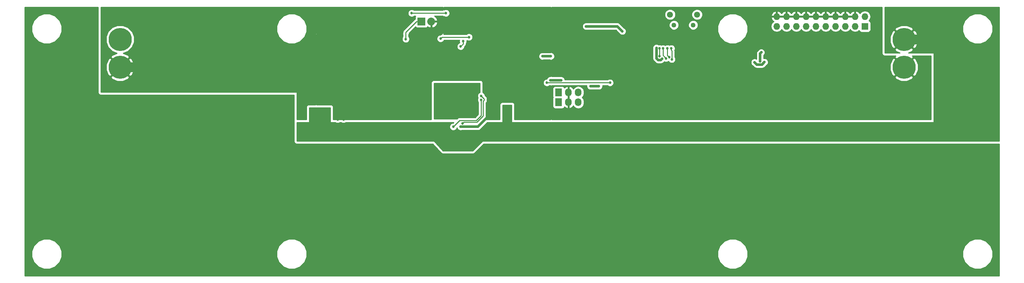
<source format=gbl>
G04 #@! TF.FileFunction,Copper,L2,Bot,Signal*
%FSLAX45Y45*%
G04 Gerber Fmt 4.5, Leading zero omitted, Abs format (unit mm)*
G04 Created by KiCad (PCBNEW 4.0.1-stable) date 3/8/2016 22:23:00*
%MOMM*%
G01*
G04 APERTURE LIST*
%ADD10C,0.254000*%
%ADD11R,1.727200X2.032000*%
%ADD12O,1.727200X2.032000*%
%ADD13C,1.250000*%
%ADD14C,1.550000*%
%ADD15R,1.727200X1.727200*%
%ADD16O,1.727200X1.727200*%
%ADD17C,6.000000*%
%ADD18R,2.032000X2.032000*%
%ADD19O,2.032000X2.032000*%
%ADD20C,0.685800*%
%ADD21C,0.635000*%
%ADD22C,0.152400*%
%ADD23C,2.540000*%
G04 APERTURE END LIST*
D10*
D11*
X15176500Y-7874000D03*
D12*
X15430500Y-7874000D03*
X15684500Y-7874000D03*
D11*
X15176500Y-7620000D03*
D12*
X15430500Y-7620000D03*
X15684500Y-7620000D03*
D13*
X18665090Y-5871254D03*
X18165090Y-5871254D03*
D14*
X18765090Y-5601254D03*
X18065090Y-5601254D03*
D15*
X23114000Y-5905500D03*
D16*
X23114000Y-5651500D03*
X22860000Y-5905500D03*
X22860000Y-5651500D03*
X22606000Y-5905500D03*
X22606000Y-5651500D03*
X22352000Y-5905500D03*
X22352000Y-5651500D03*
X22098000Y-5905500D03*
X22098000Y-5651500D03*
X21844000Y-5905500D03*
X21844000Y-5651500D03*
X21590000Y-5905500D03*
X21590000Y-5651500D03*
X21336000Y-5905500D03*
X21336000Y-5651500D03*
X21082000Y-5905500D03*
X21082000Y-5651500D03*
X20828000Y-5905500D03*
X20828000Y-5651500D03*
D17*
X3810000Y-6244000D03*
X3810000Y-6964000D03*
X24130000Y-6244000D03*
X24130000Y-6964000D03*
D18*
X11620500Y-5778500D03*
D19*
X11874500Y-5778500D03*
D20*
X15760700Y-6032500D03*
X15214600Y-6540500D03*
X15265400Y-6731000D03*
X14376400Y-5956300D03*
X14376400Y-6045200D03*
X14579600Y-6045200D03*
X14579600Y-5956300D03*
X14478000Y-5956300D03*
X14478000Y-6045200D03*
X16637000Y-5600700D03*
X16446500Y-5600700D03*
X16256000Y-5600700D03*
X18783300Y-6311900D03*
X18288000Y-6324600D03*
X16319500Y-7797800D03*
X18211800Y-7035800D03*
X18821400Y-7213600D03*
X19583400Y-7213600D03*
X19583400Y-7759700D03*
X18821400Y-7759700D03*
X18059400Y-7759700D03*
X17487900Y-7912100D03*
X16929100Y-7912100D03*
X18288000Y-6019800D03*
X17526000Y-6413500D03*
X16357600Y-7048500D03*
X16687800Y-6502400D03*
X16395700Y-6413500D03*
X16090900Y-6654800D03*
X13233400Y-6045200D03*
X13233400Y-5943600D03*
X13335000Y-5943600D03*
X13436600Y-5943600D03*
X13436600Y-6045200D03*
X13335000Y-6045200D03*
X11861800Y-6108700D03*
X11772900Y-6108700D03*
X11480800Y-6108700D03*
X11582400Y-6108700D03*
X11684000Y-6108700D03*
X11404600Y-6718300D03*
X11493500Y-6718300D03*
X11582400Y-6718300D03*
X11849100Y-6718300D03*
X11760200Y-6718300D03*
X11671300Y-6718300D03*
X11811000Y-7353300D03*
X11811000Y-7264400D03*
X11811000Y-7162800D03*
X11709400Y-7162800D03*
X11709400Y-7264400D03*
X11709400Y-7353300D03*
X12636500Y-8509000D03*
X10744200Y-5651500D03*
X10744200Y-6032500D03*
X10744200Y-5854700D03*
X10718800Y-6413500D03*
X9448800Y-8318500D03*
X9601200Y-8318500D03*
X9601200Y-8191500D03*
X9448800Y-8191500D03*
X12217400Y-5994400D03*
X12636500Y-6616700D03*
X20255254Y-6838955D03*
X17856200Y-6743700D03*
X17710019Y-6463220D03*
X20510500Y-6832600D03*
X16827500Y-6032500D03*
X15887700Y-5905500D03*
X16154400Y-5905500D03*
X14960600Y-7302500D03*
X15240000Y-7302500D03*
X14973300Y-6680200D03*
X14757400Y-6680200D03*
X16002000Y-7454900D03*
X16217900Y-7454900D03*
X13906500Y-8318500D03*
X13779500Y-8318500D03*
X13779500Y-8191500D03*
X13906500Y-8191500D03*
X13906500Y-8064500D03*
X13779500Y-8064500D03*
X8763000Y-8382000D03*
X8763000Y-8255000D03*
X8763000Y-8128000D03*
X8890000Y-8128000D03*
X9144000Y-8382000D03*
X9017000Y-8382000D03*
X8890000Y-8382000D03*
X8890000Y-8255000D03*
X9017000Y-8255000D03*
X9144000Y-8255000D03*
X17792700Y-6680200D03*
X17792700Y-6477000D03*
X12700000Y-6286500D03*
X12636500Y-6426200D03*
X20428621Y-6579868D03*
X20396200Y-6811014D03*
X13017500Y-8191500D03*
X12890500Y-8191500D03*
X12763500Y-8191500D03*
X12636500Y-8191500D03*
X12636500Y-8064500D03*
X12763500Y-8064500D03*
X12890500Y-8064500D03*
X13017500Y-8064500D03*
X13017500Y-7937500D03*
X12890500Y-7937500D03*
X12763500Y-7937500D03*
X12636500Y-7937500D03*
X12001500Y-7429500D03*
X12001500Y-7556500D03*
X12128500Y-7556500D03*
X12128500Y-7429500D03*
X12255500Y-7429500D03*
X12255500Y-7556500D03*
X12382500Y-7556500D03*
X12509500Y-7556500D03*
X12636500Y-7556500D03*
X12636500Y-7429500D03*
X12509500Y-7429500D03*
X12382500Y-7429500D03*
X18110310Y-6762044D03*
X18097500Y-6477000D03*
X18040154Y-6703681D03*
X17995900Y-6477000D03*
X11213100Y-6235700D03*
X16508000Y-7366000D03*
X14871700Y-7366000D03*
X12255500Y-5562600D03*
X11366500Y-5562600D03*
X13169900Y-7810500D03*
X12446000Y-8509000D03*
X12115800Y-6223000D03*
X12852400Y-6184900D03*
X13169900Y-7708900D03*
X12687300Y-8420100D03*
X17962372Y-6734922D03*
X17881600Y-6477000D03*
X19939000Y-9906000D03*
X8001000Y-10922000D03*
X8001000Y-10795000D03*
X7874000Y-10795000D03*
X7747000Y-10795000D03*
X25527000Y-10795000D03*
X25654000Y-10795000D03*
X25781000Y-10795000D03*
X25781000Y-10922000D03*
X25654000Y-10922000D03*
X25527000Y-10922000D03*
X25400000Y-10922000D03*
X25273000Y-10922000D03*
X25146000Y-10922000D03*
X25019000Y-10922000D03*
X25019000Y-10795000D03*
X25146000Y-10795000D03*
X25273000Y-10795000D03*
X25400000Y-10795000D03*
X25527000Y-10033000D03*
X25654000Y-10033000D03*
X25781000Y-10033000D03*
X25781000Y-9906000D03*
X25654000Y-9906000D03*
X25527000Y-9906000D03*
X25400000Y-9906000D03*
X25273000Y-9906000D03*
X25146000Y-9906000D03*
X25019000Y-9906000D03*
X25019000Y-10033000D03*
X25146000Y-10033000D03*
X25273000Y-10033000D03*
X25400000Y-10033000D03*
X22987000Y-10795000D03*
X23114000Y-10795000D03*
X23241000Y-10795000D03*
X23241000Y-10922000D03*
X23114000Y-10922000D03*
X22987000Y-10922000D03*
X22860000Y-10922000D03*
X22733000Y-10922000D03*
X22606000Y-10922000D03*
X22479000Y-10922000D03*
X22479000Y-10795000D03*
X22606000Y-10795000D03*
X22733000Y-10795000D03*
X22860000Y-10795000D03*
X22987000Y-10033000D03*
X23114000Y-10033000D03*
X23241000Y-10033000D03*
X23241000Y-9906000D03*
X23114000Y-9906000D03*
X22987000Y-9906000D03*
X22860000Y-9906000D03*
X22733000Y-9906000D03*
X22606000Y-9906000D03*
X22479000Y-9906000D03*
X22479000Y-10033000D03*
X22606000Y-10033000D03*
X22733000Y-10033000D03*
X22860000Y-10033000D03*
X20447000Y-10795000D03*
X20574000Y-10795000D03*
X20701000Y-10795000D03*
X20701000Y-10922000D03*
X20574000Y-10922000D03*
X20447000Y-10922000D03*
X20320000Y-10922000D03*
X20193000Y-10922000D03*
X20066000Y-10922000D03*
X19939000Y-10922000D03*
X19939000Y-10795000D03*
X20066000Y-10795000D03*
X20193000Y-10795000D03*
X20320000Y-10795000D03*
X20447000Y-10033000D03*
X20574000Y-10033000D03*
X20701000Y-10033000D03*
X20701000Y-9906000D03*
X20574000Y-9906000D03*
X20447000Y-9906000D03*
X20320000Y-9906000D03*
X20193000Y-9906000D03*
X20066000Y-9906000D03*
X19939000Y-10033000D03*
X20066000Y-10033000D03*
X20193000Y-10033000D03*
X20320000Y-10033000D03*
X17907000Y-10795000D03*
X18034000Y-10795000D03*
X18161000Y-10795000D03*
X18161000Y-10922000D03*
X18034000Y-10922000D03*
X17907000Y-10922000D03*
X17780000Y-10922000D03*
X17653000Y-10922000D03*
X17526000Y-10922000D03*
X17399000Y-10922000D03*
X17399000Y-10795000D03*
X17526000Y-10795000D03*
X17653000Y-10795000D03*
X17780000Y-10795000D03*
X17907000Y-10033000D03*
X18034000Y-10033000D03*
X18161000Y-10033000D03*
X18161000Y-9906000D03*
X18034000Y-9906000D03*
X17907000Y-9906000D03*
X17780000Y-9906000D03*
X17653000Y-9906000D03*
X17526000Y-9906000D03*
X17399000Y-9906000D03*
X17399000Y-10033000D03*
X17526000Y-10033000D03*
X17653000Y-10033000D03*
X17780000Y-10033000D03*
X15367000Y-10795000D03*
X15494000Y-10795000D03*
X15621000Y-10795000D03*
X15621000Y-10922000D03*
X15494000Y-10922000D03*
X15367000Y-10922000D03*
X15240000Y-10922000D03*
X15113000Y-10922000D03*
X14986000Y-10922000D03*
X14859000Y-10922000D03*
X14859000Y-10795000D03*
X14986000Y-10795000D03*
X15113000Y-10795000D03*
X15240000Y-10795000D03*
X15367000Y-10033000D03*
X15494000Y-10033000D03*
X15621000Y-10033000D03*
X15621000Y-9906000D03*
X15494000Y-9906000D03*
X15367000Y-9906000D03*
X15240000Y-9906000D03*
X15113000Y-9906000D03*
X14986000Y-9906000D03*
X14859000Y-9906000D03*
X14859000Y-10033000D03*
X14986000Y-10033000D03*
X15113000Y-10033000D03*
X15240000Y-10033000D03*
X12827000Y-10795000D03*
X12954000Y-10795000D03*
X13081000Y-10795000D03*
X13081000Y-10922000D03*
X12954000Y-10922000D03*
X12827000Y-10922000D03*
X12700000Y-10922000D03*
X12573000Y-10922000D03*
X12446000Y-10922000D03*
X12319000Y-10922000D03*
X12319000Y-10795000D03*
X12446000Y-10795000D03*
X12573000Y-10795000D03*
X12700000Y-10795000D03*
X12827000Y-10033000D03*
X12954000Y-10033000D03*
X13081000Y-10033000D03*
X13081000Y-9906000D03*
X12954000Y-9906000D03*
X12827000Y-9906000D03*
X12700000Y-9906000D03*
X12573000Y-9906000D03*
X12446000Y-9906000D03*
X12319000Y-9906000D03*
X12319000Y-10033000D03*
X12446000Y-10033000D03*
X12573000Y-10033000D03*
X12700000Y-10033000D03*
X10287000Y-10795000D03*
X10414000Y-10795000D03*
X10541000Y-10795000D03*
X10541000Y-10922000D03*
X10414000Y-10922000D03*
X10287000Y-10922000D03*
X10160000Y-10922000D03*
X10033000Y-10922000D03*
X9906000Y-10922000D03*
X9779000Y-10922000D03*
X9779000Y-10795000D03*
X9906000Y-10795000D03*
X10033000Y-10795000D03*
X10160000Y-10795000D03*
X10287000Y-10033000D03*
X10414000Y-10033000D03*
X10541000Y-10033000D03*
X10541000Y-9906000D03*
X10414000Y-9906000D03*
X10287000Y-9906000D03*
X10160000Y-9906000D03*
X10033000Y-9906000D03*
X9906000Y-9906000D03*
X9779000Y-9906000D03*
X9779000Y-10033000D03*
X9906000Y-10033000D03*
X10033000Y-10033000D03*
X10160000Y-10033000D03*
X7874000Y-10922000D03*
X7747000Y-10922000D03*
X7620000Y-10922000D03*
X7493000Y-10922000D03*
X7366000Y-10922000D03*
X7239000Y-10922000D03*
X7239000Y-10795000D03*
X7366000Y-10795000D03*
X7493000Y-10795000D03*
X7620000Y-10795000D03*
X7747000Y-10033000D03*
X7874000Y-10033000D03*
X8001000Y-10033000D03*
X8001000Y-9906000D03*
X7874000Y-9906000D03*
X7747000Y-9906000D03*
X7620000Y-9906000D03*
X7493000Y-9906000D03*
X7366000Y-9906000D03*
X7239000Y-9906000D03*
X7239000Y-10033000D03*
X7366000Y-10033000D03*
X7493000Y-10033000D03*
X7620000Y-10033000D03*
X5207000Y-10795000D03*
X5334000Y-10795000D03*
X5461000Y-10795000D03*
X5461000Y-10922000D03*
X5334000Y-10922000D03*
X5207000Y-10922000D03*
X5080000Y-10922000D03*
X4953000Y-10922000D03*
X4826000Y-10922000D03*
X4699000Y-10922000D03*
X4699000Y-10795000D03*
X4826000Y-10795000D03*
X4953000Y-10795000D03*
X5080000Y-10795000D03*
X5207000Y-10033000D03*
X5334000Y-10033000D03*
X5461000Y-10033000D03*
X5461000Y-9906000D03*
X5334000Y-9906000D03*
X5207000Y-9906000D03*
X5080000Y-9906000D03*
X4953000Y-9906000D03*
X4826000Y-9906000D03*
X4699000Y-9906000D03*
X4699000Y-10033000D03*
X4826000Y-10033000D03*
X4953000Y-10033000D03*
X5080000Y-10033000D03*
X2413000Y-10795000D03*
X2286000Y-10795000D03*
X2159000Y-10795000D03*
X2159000Y-10922000D03*
X2286000Y-10922000D03*
X2413000Y-10922000D03*
X2540000Y-10922000D03*
X2667000Y-10922000D03*
X2794000Y-10922000D03*
X2921000Y-10922000D03*
X2921000Y-10795000D03*
X2794000Y-10795000D03*
X2667000Y-10795000D03*
X2540000Y-10795000D03*
X2159000Y-9906000D03*
X2286000Y-9906000D03*
X2413000Y-9906000D03*
X2540000Y-9906000D03*
X2667000Y-9906000D03*
X2794000Y-9906000D03*
X2921000Y-9906000D03*
X2921000Y-10033000D03*
X2794000Y-10033000D03*
X2667000Y-10033000D03*
X2159000Y-10033000D03*
X2286000Y-10033000D03*
X2413000Y-10033000D03*
X2540000Y-10033000D03*
D10*
X13373100Y-7277100D02*
X13373100Y-7950200D01*
D21*
X13081000Y-8509000D02*
X13373100Y-8216900D01*
X13373100Y-8216900D02*
X13373100Y-7950200D01*
X12636500Y-8509000D02*
X13081000Y-8509000D01*
D22*
X14579600Y-6045200D02*
X15189200Y-6045200D01*
X15189200Y-6045200D02*
X15201900Y-6032500D01*
X14376400Y-6045200D02*
X14376400Y-5956300D01*
X14579600Y-5956300D02*
X14579600Y-6045200D01*
X14478000Y-6045200D02*
X14478000Y-5956300D01*
D10*
X11811000Y-7162800D02*
X13258800Y-7162800D01*
X13258800Y-7162800D02*
X13373100Y-7277100D01*
X16687800Y-6502400D02*
X16357600Y-6832600D01*
X16357600Y-6832600D02*
X16357600Y-7048500D01*
X16090900Y-6654800D02*
X16332200Y-6413500D01*
X16332200Y-6413500D02*
X16395700Y-6413500D01*
D22*
X9448800Y-7670800D02*
X8742000Y-6964000D01*
X8742000Y-6964000D02*
X7980000Y-6964000D01*
X9448800Y-8191500D02*
X9448800Y-7670800D01*
X13233400Y-5943600D02*
X13233400Y-6045200D01*
X13436600Y-5943600D02*
X13335000Y-5943600D01*
X13335000Y-6045200D02*
X13436600Y-6045200D01*
X11480800Y-6108700D02*
X11772900Y-6108700D01*
X11684000Y-6108700D02*
X11582400Y-6108700D01*
X11493500Y-6718300D02*
X11404600Y-6718300D01*
X11849100Y-6718300D02*
X11582400Y-6718300D01*
X11671300Y-6718300D02*
X11760200Y-6718300D01*
X11811000Y-7264400D02*
X11811000Y-7353300D01*
X11709400Y-7162800D02*
X11811000Y-7162800D01*
X11709400Y-7353300D02*
X11709400Y-7264400D01*
D23*
X3810000Y-6964000D02*
X7980000Y-6964000D01*
D10*
X9601200Y-8318500D02*
X9448800Y-8318500D01*
X9448800Y-8191500D02*
X9601200Y-8191500D01*
D21*
X20289544Y-6873245D02*
X20255254Y-6838955D01*
X20312399Y-6896100D02*
X20289544Y-6873245D01*
X20447000Y-6896100D02*
X20312399Y-6896100D01*
X20510500Y-6832600D02*
X20447000Y-6896100D01*
X17820407Y-6779493D02*
X17856200Y-6743700D01*
X17710019Y-6734912D02*
X17754600Y-6779493D01*
X17754600Y-6779493D02*
X17820407Y-6779493D01*
X17710019Y-6463220D02*
X17710019Y-6734912D01*
X15887700Y-5905500D02*
X16154400Y-5905500D01*
X16700500Y-5905500D02*
X16827500Y-6032500D01*
X16154400Y-5905500D02*
X16700500Y-5905500D01*
X15240000Y-7302500D02*
X14960600Y-7302500D01*
X14757400Y-6680200D02*
X14973300Y-6680200D01*
X16217900Y-7454900D02*
X16002000Y-7454900D01*
D23*
X9080500Y-8763000D02*
X13182600Y-8763000D01*
X13182600Y-8763000D02*
X24904700Y-8763000D01*
D22*
X13779500Y-8318500D02*
X13779500Y-8366993D01*
X13779500Y-8366993D02*
X13383493Y-8763000D01*
X13383493Y-8763000D02*
X13182600Y-8763000D01*
D23*
X9017000Y-8382000D02*
X9017000Y-8699500D01*
X24904700Y-8763000D02*
X25031700Y-8636000D01*
X9017000Y-8699500D02*
X9080500Y-8763000D01*
X25031700Y-8636000D02*
X25031700Y-6426200D01*
X25031700Y-6426200D02*
X24849500Y-6244000D01*
X24849500Y-6244000D02*
X24130000Y-6244000D01*
D10*
X13779500Y-8318500D02*
X13906500Y-8318500D01*
X13906500Y-8191500D02*
X13779500Y-8191500D01*
X13779500Y-8064500D02*
X13906500Y-8064500D01*
X8763000Y-8128000D02*
X8763000Y-8255000D01*
X9144000Y-8382000D02*
X8890000Y-8128000D01*
X8890000Y-8382000D02*
X9017000Y-8382000D01*
X9017000Y-8255000D02*
X8890000Y-8255000D01*
X17792700Y-6477000D02*
X17792700Y-6680200D01*
X12700000Y-6286500D02*
X12700000Y-6362700D01*
X12700000Y-6362700D02*
X12636500Y-6426200D01*
D21*
X20396200Y-6612289D02*
X20428621Y-6579868D01*
X20396200Y-6811014D02*
X20396200Y-6612289D01*
D10*
X12763500Y-8191500D02*
X12890500Y-8191500D01*
X12636500Y-8064500D02*
X12636500Y-8191500D01*
X12890500Y-8064500D02*
X12763500Y-8064500D01*
X13017500Y-7937500D02*
X13017500Y-8064500D01*
X12763500Y-7937500D02*
X12890500Y-7937500D01*
X12636500Y-7556500D02*
X12636500Y-7937500D01*
X12001500Y-7556500D02*
X12001500Y-7429500D01*
X12128500Y-7429500D02*
X12128500Y-7556500D01*
X12255500Y-7556500D02*
X12255500Y-7429500D01*
X12509500Y-7556500D02*
X12382500Y-7556500D01*
X12636500Y-7429500D02*
X12636500Y-7556500D01*
X12382500Y-7429500D02*
X12509500Y-7429500D01*
X18110310Y-6538304D02*
X18110310Y-6762044D01*
X18097500Y-6477000D02*
X18097500Y-6525493D01*
X18097500Y-6525493D02*
X18110310Y-6538304D01*
X18005864Y-6669391D02*
X18040154Y-6703681D01*
X17995900Y-6659427D02*
X18005864Y-6669391D01*
X17995900Y-6477000D02*
X17995900Y-6659427D01*
X11213100Y-6235700D02*
X11213100Y-6058900D01*
X11213100Y-6058900D02*
X11493500Y-5778500D01*
X11493500Y-5778500D02*
X11620500Y-5778500D01*
X14871700Y-7366000D02*
X16508000Y-7366000D01*
X11366500Y-5562600D02*
X12255500Y-5562600D01*
X12480290Y-8474710D02*
X12446000Y-8509000D01*
X13043845Y-8343900D02*
X12611100Y-8343900D01*
X12611100Y-8343900D02*
X12480290Y-8474710D01*
X13169900Y-8217845D02*
X13043845Y-8343900D01*
X13169900Y-7810500D02*
X13169900Y-8217845D01*
X12852400Y-6184900D02*
X12192000Y-6184900D01*
X12192000Y-6184900D02*
X12166600Y-6184900D01*
X12115800Y-6223000D02*
X12153900Y-6184900D01*
X12153900Y-6184900D02*
X12192000Y-6184900D01*
X13246100Y-7785100D02*
X13169900Y-7708900D01*
X13246100Y-7823200D02*
X13246100Y-7785100D01*
X13220700Y-7848600D02*
X13246100Y-7823200D01*
X13220700Y-8224520D02*
X13220700Y-7848600D01*
X13059410Y-8385810D02*
X13220700Y-8224520D01*
X12687300Y-8420100D02*
X12721590Y-8385810D01*
X12721590Y-8385810D02*
X13059410Y-8385810D01*
X17881600Y-6654150D02*
X17928082Y-6700632D01*
X17928082Y-6700632D02*
X17962372Y-6734922D01*
X17881600Y-6477000D02*
X17881600Y-6654150D01*
D22*
X8001000Y-10795000D02*
X8001000Y-10922000D01*
X7747000Y-10795000D02*
X7874000Y-10795000D01*
X25654000Y-10795000D02*
X25527000Y-10795000D01*
X25781000Y-10922000D02*
X25781000Y-10795000D01*
X25527000Y-10922000D02*
X25654000Y-10922000D01*
X25273000Y-10922000D02*
X25400000Y-10922000D01*
X25019000Y-10922000D02*
X25146000Y-10922000D01*
X25146000Y-10795000D02*
X25019000Y-10795000D01*
X25400000Y-10795000D02*
X25273000Y-10795000D01*
X25654000Y-10033000D02*
X25527000Y-10033000D01*
X25781000Y-9906000D02*
X25781000Y-10033000D01*
X25527000Y-9906000D02*
X25654000Y-9906000D01*
X25273000Y-9906000D02*
X25400000Y-9906000D01*
X25019000Y-9906000D02*
X25146000Y-9906000D01*
X25146000Y-10033000D02*
X25019000Y-10033000D01*
X25400000Y-10033000D02*
X25273000Y-10033000D01*
X23114000Y-10795000D02*
X22987000Y-10795000D01*
X23241000Y-10922000D02*
X23241000Y-10795000D01*
X22987000Y-10922000D02*
X23114000Y-10922000D01*
X22733000Y-10922000D02*
X22860000Y-10922000D01*
X22479000Y-10922000D02*
X22606000Y-10922000D01*
X22606000Y-10795000D02*
X22479000Y-10795000D01*
X22860000Y-10795000D02*
X22733000Y-10795000D01*
X23114000Y-10033000D02*
X22987000Y-10033000D01*
X23241000Y-9906000D02*
X23241000Y-10033000D01*
X22987000Y-9906000D02*
X23114000Y-9906000D01*
X22733000Y-9906000D02*
X22860000Y-9906000D01*
X22479000Y-9906000D02*
X22606000Y-9906000D01*
X22606000Y-10033000D02*
X22479000Y-10033000D01*
X22860000Y-10033000D02*
X22733000Y-10033000D01*
X20574000Y-10795000D02*
X20447000Y-10795000D01*
X20701000Y-10922000D02*
X20701000Y-10795000D01*
X20447000Y-10922000D02*
X20574000Y-10922000D01*
X20193000Y-10922000D02*
X20320000Y-10922000D01*
X19939000Y-10922000D02*
X20066000Y-10922000D01*
X20066000Y-10795000D02*
X19939000Y-10795000D01*
X20320000Y-10795000D02*
X20193000Y-10795000D01*
X20574000Y-10033000D02*
X20447000Y-10033000D01*
X20701000Y-9906000D02*
X20701000Y-10033000D01*
X20447000Y-9906000D02*
X20574000Y-9906000D01*
X20193000Y-9906000D02*
X20320000Y-9906000D01*
X19939000Y-9969500D02*
X20002500Y-9969500D01*
X20002500Y-9969500D02*
X20066000Y-9906000D01*
X20066000Y-10033000D02*
X19939000Y-10033000D01*
X20320000Y-10033000D02*
X20193000Y-10033000D01*
X18034000Y-10795000D02*
X17907000Y-10795000D01*
X18161000Y-10922000D02*
X18161000Y-10795000D01*
X17907000Y-10922000D02*
X18034000Y-10922000D01*
X17653000Y-10922000D02*
X17780000Y-10922000D01*
X17399000Y-10922000D02*
X17526000Y-10922000D01*
X17526000Y-10795000D02*
X17399000Y-10795000D01*
X17780000Y-10795000D02*
X17653000Y-10795000D01*
X17907000Y-10033000D02*
X17780000Y-10033000D01*
X18161000Y-10033000D02*
X18034000Y-10033000D01*
X18161000Y-9906000D02*
X18161000Y-10033000D01*
X17907000Y-9906000D02*
X18034000Y-9906000D01*
X17653000Y-9906000D02*
X17780000Y-9906000D01*
X17399000Y-9906000D02*
X17526000Y-9906000D01*
X17526000Y-10033000D02*
X17399000Y-10033000D01*
X17780000Y-10033000D02*
X17653000Y-10033000D01*
X15367000Y-10795000D02*
X15240000Y-10795000D01*
X15621000Y-10795000D02*
X15494000Y-10795000D01*
X15367000Y-10922000D02*
X15494000Y-10922000D01*
X15113000Y-10922000D02*
X15240000Y-10922000D01*
X14859000Y-10922000D02*
X14986000Y-10922000D01*
X14986000Y-10795000D02*
X14859000Y-10795000D01*
X15240000Y-10795000D02*
X15113000Y-10795000D01*
X15494000Y-10033000D02*
X15367000Y-10033000D01*
X15621000Y-9906000D02*
X15621000Y-10033000D01*
X15367000Y-9906000D02*
X15494000Y-9906000D01*
X15113000Y-9906000D02*
X15240000Y-9906000D01*
X14859000Y-9906000D02*
X14986000Y-9906000D01*
X14986000Y-10033000D02*
X14859000Y-10033000D01*
X15240000Y-10033000D02*
X15113000Y-10033000D01*
X12954000Y-10795000D02*
X12827000Y-10795000D01*
X13081000Y-10922000D02*
X13081000Y-10795000D01*
X12827000Y-10922000D02*
X12954000Y-10922000D01*
X12573000Y-10922000D02*
X12700000Y-10922000D01*
X12319000Y-10922000D02*
X12446000Y-10922000D01*
X12446000Y-10795000D02*
X12319000Y-10795000D01*
X12700000Y-10795000D02*
X12573000Y-10795000D01*
X12954000Y-10033000D02*
X12827000Y-10033000D01*
X13081000Y-9906000D02*
X13081000Y-10033000D01*
X12827000Y-9906000D02*
X12954000Y-9906000D01*
X12573000Y-9906000D02*
X12700000Y-9906000D01*
X12319000Y-9906000D02*
X12446000Y-9906000D01*
X12446000Y-10033000D02*
X12319000Y-10033000D01*
X12700000Y-10033000D02*
X12573000Y-10033000D01*
X10414000Y-10795000D02*
X10287000Y-10795000D01*
X10287000Y-10922000D02*
X10414000Y-10922000D01*
X10033000Y-10922000D02*
X10160000Y-10922000D01*
X9779000Y-10922000D02*
X9906000Y-10922000D01*
X9906000Y-10795000D02*
X9779000Y-10795000D01*
X10160000Y-10795000D02*
X10033000Y-10795000D01*
X10414000Y-10033000D02*
X10287000Y-10033000D01*
X10541000Y-9906000D02*
X10541000Y-10033000D01*
X10287000Y-9906000D02*
X10414000Y-9906000D01*
X10033000Y-9906000D02*
X10160000Y-9906000D01*
X9779000Y-9906000D02*
X9906000Y-9906000D01*
X9906000Y-10033000D02*
X9779000Y-10033000D01*
X10160000Y-10033000D02*
X10033000Y-10033000D01*
X7747000Y-10922000D02*
X7874000Y-10922000D01*
X7493000Y-10922000D02*
X7620000Y-10922000D01*
X7239000Y-10922000D02*
X7366000Y-10922000D01*
X7366000Y-10795000D02*
X7239000Y-10795000D01*
X7620000Y-10795000D02*
X7493000Y-10795000D01*
X7874000Y-10033000D02*
X7747000Y-10033000D01*
X8001000Y-9906000D02*
X8001000Y-10033000D01*
X7747000Y-9906000D02*
X7874000Y-9906000D01*
X7493000Y-9906000D02*
X7620000Y-9906000D01*
X7239000Y-9906000D02*
X7366000Y-9906000D01*
X7366000Y-10033000D02*
X7239000Y-10033000D01*
X7620000Y-10033000D02*
X7493000Y-10033000D01*
X5334000Y-10795000D02*
X5207000Y-10795000D01*
X5461000Y-10922000D02*
X5461000Y-10795000D01*
X5207000Y-10922000D02*
X5334000Y-10922000D01*
X4953000Y-10922000D02*
X5080000Y-10922000D01*
X4699000Y-10922000D02*
X4826000Y-10922000D01*
X4826000Y-10795000D02*
X4699000Y-10795000D01*
X5080000Y-10795000D02*
X4953000Y-10795000D01*
X5334000Y-10033000D02*
X5207000Y-10033000D01*
X5461000Y-9906000D02*
X5461000Y-10033000D01*
X5207000Y-9906000D02*
X5334000Y-9906000D01*
X4953000Y-9906000D02*
X5080000Y-9906000D01*
X4699000Y-9906000D02*
X4826000Y-9906000D01*
X4826000Y-10033000D02*
X4699000Y-10033000D01*
X5080000Y-10033000D02*
X4953000Y-10033000D01*
X2159000Y-10922000D02*
X2159000Y-10795000D01*
X2413000Y-10922000D02*
X2286000Y-10922000D01*
X2667000Y-10922000D02*
X2540000Y-10922000D01*
X2921000Y-10922000D02*
X2794000Y-10922000D01*
X2794000Y-10795000D02*
X2921000Y-10795000D01*
X2540000Y-10795000D02*
X2667000Y-10795000D01*
X2286000Y-9906000D02*
X2159000Y-9906000D01*
X2540000Y-9906000D02*
X2413000Y-9906000D01*
X2794000Y-9906000D02*
X2667000Y-9906000D01*
X2921000Y-10033000D02*
X2921000Y-9906000D01*
X2667000Y-10033000D02*
X2794000Y-10033000D01*
X2286000Y-10033000D02*
X2159000Y-10033000D01*
X2540000Y-10033000D02*
X2413000Y-10033000D01*
D10*
G36*
X13131800Y-7618834D02*
X13114579Y-7625949D01*
X13087046Y-7653434D01*
X13072127Y-7689363D01*
X13072093Y-7728266D01*
X13085095Y-7759733D01*
X13072127Y-7790963D01*
X13072093Y-7829866D01*
X13086949Y-7865821D01*
X13093700Y-7872584D01*
X13093700Y-8186282D01*
X13012282Y-8267700D01*
X12611100Y-8267700D01*
X12581939Y-8273500D01*
X12557218Y-8290018D01*
X12541437Y-8305800D01*
X11950700Y-8305800D01*
X11950700Y-7378700D01*
X13131800Y-7378700D01*
X13131800Y-7618834D01*
X13131800Y-7618834D01*
G37*
X13131800Y-7618834D02*
X13114579Y-7625949D01*
X13087046Y-7653434D01*
X13072127Y-7689363D01*
X13072093Y-7728266D01*
X13085095Y-7759733D01*
X13072127Y-7790963D01*
X13072093Y-7829866D01*
X13086949Y-7865821D01*
X13093700Y-7872584D01*
X13093700Y-8186282D01*
X13012282Y-8267700D01*
X12611100Y-8267700D01*
X12581939Y-8273500D01*
X12557218Y-8290018D01*
X12541437Y-8305800D01*
X11950700Y-8305800D01*
X11950700Y-7378700D01*
X13131800Y-7378700D01*
X13131800Y-7618834D01*
G36*
X12179300Y-5486400D02*
X11428608Y-5486400D01*
X11421966Y-5479746D01*
X11386037Y-5464827D01*
X11347134Y-5464793D01*
X11311179Y-5479649D01*
X11283646Y-5507134D01*
X11268727Y-5543063D01*
X11268693Y-5581966D01*
X11283549Y-5617921D01*
X11311034Y-5645454D01*
X11346963Y-5660373D01*
X11385866Y-5660407D01*
X11421821Y-5645551D01*
X11428584Y-5638800D01*
X11468079Y-5638800D01*
X11459257Y-5651711D01*
X11454156Y-5676900D01*
X11454156Y-5714905D01*
X11445247Y-5720858D01*
X11439618Y-5724618D01*
X11159219Y-6005018D01*
X11142700Y-6029739D01*
X11136900Y-6058900D01*
X11136900Y-6083300D01*
X8890000Y-6083300D01*
X8885384Y-6084168D01*
X8881145Y-6086896D01*
X8878301Y-6091059D01*
X8877300Y-6096000D01*
X8877300Y-7937500D01*
X8699500Y-7937500D01*
X8676421Y-7941843D01*
X8655223Y-7955483D01*
X8641003Y-7976295D01*
X8636000Y-8001000D01*
X8636000Y-8318500D01*
X8394700Y-8318500D01*
X8394700Y-7620000D01*
X8393699Y-7615059D01*
X8390855Y-7610896D01*
X8386616Y-7608168D01*
X8382000Y-7607300D01*
X3314700Y-7607300D01*
X3314700Y-7223663D01*
X3568297Y-7223663D01*
X3602557Y-7271128D01*
X3735880Y-7327134D01*
X3880487Y-7327857D01*
X4014364Y-7273185D01*
X4017443Y-7271128D01*
X4051702Y-7223663D01*
X3810000Y-6981960D01*
X3568297Y-7223663D01*
X3314700Y-7223663D01*
X3314700Y-7034487D01*
X3446143Y-7034487D01*
X3500815Y-7168364D01*
X3502872Y-7171443D01*
X3550337Y-7205702D01*
X3792039Y-6964000D01*
X3827960Y-6964000D01*
X4069663Y-7205702D01*
X4117128Y-7171443D01*
X4173134Y-7038120D01*
X4173857Y-6893512D01*
X4119185Y-6759636D01*
X4117128Y-6756557D01*
X4069663Y-6722297D01*
X3827960Y-6964000D01*
X3792039Y-6964000D01*
X3550337Y-6722297D01*
X3502872Y-6756557D01*
X3446866Y-6889880D01*
X3446143Y-7034487D01*
X3314700Y-7034487D01*
X3314700Y-6315987D01*
X3446437Y-6315987D01*
X3501660Y-6449637D01*
X3603825Y-6551981D01*
X3729581Y-6604199D01*
X3605636Y-6654815D01*
X3602557Y-6656872D01*
X3568297Y-6704337D01*
X3810000Y-6946039D01*
X4051702Y-6704337D01*
X4017443Y-6656872D01*
X3891100Y-6603798D01*
X4015637Y-6552340D01*
X4117981Y-6450175D01*
X4173437Y-6316622D01*
X4173563Y-6172013D01*
X4121470Y-6045938D01*
X7866433Y-6045938D01*
X7925454Y-6188780D01*
X8034645Y-6298162D01*
X8177383Y-6357432D01*
X8331938Y-6357567D01*
X8474780Y-6298546D01*
X8584162Y-6189355D01*
X8643432Y-6046616D01*
X8643567Y-5892062D01*
X8584546Y-5749220D01*
X8475355Y-5639838D01*
X8332616Y-5580568D01*
X8178062Y-5580433D01*
X8035220Y-5639454D01*
X7925838Y-5748645D01*
X7866568Y-5891383D01*
X7866433Y-6045938D01*
X4121470Y-6045938D01*
X4118340Y-6038363D01*
X4016175Y-5936019D01*
X3882622Y-5880563D01*
X3738013Y-5880437D01*
X3604363Y-5935660D01*
X3502019Y-6037825D01*
X3446563Y-6171378D01*
X3446437Y-6315987D01*
X3314700Y-6315987D01*
X3314700Y-5405000D01*
X12179300Y-5405000D01*
X12179300Y-5486400D01*
X12179300Y-5486400D01*
G37*
X12179300Y-5486400D02*
X11428608Y-5486400D01*
X11421966Y-5479746D01*
X11386037Y-5464827D01*
X11347134Y-5464793D01*
X11311179Y-5479649D01*
X11283646Y-5507134D01*
X11268727Y-5543063D01*
X11268693Y-5581966D01*
X11283549Y-5617921D01*
X11311034Y-5645454D01*
X11346963Y-5660373D01*
X11385866Y-5660407D01*
X11421821Y-5645551D01*
X11428584Y-5638800D01*
X11468079Y-5638800D01*
X11459257Y-5651711D01*
X11454156Y-5676900D01*
X11454156Y-5714905D01*
X11445247Y-5720858D01*
X11439618Y-5724618D01*
X11159219Y-6005018D01*
X11142700Y-6029739D01*
X11136900Y-6058900D01*
X11136900Y-6083300D01*
X8890000Y-6083300D01*
X8885384Y-6084168D01*
X8881145Y-6086896D01*
X8878301Y-6091059D01*
X8877300Y-6096000D01*
X8877300Y-7937500D01*
X8699500Y-7937500D01*
X8676421Y-7941843D01*
X8655223Y-7955483D01*
X8641003Y-7976295D01*
X8636000Y-8001000D01*
X8636000Y-8318500D01*
X8394700Y-8318500D01*
X8394700Y-7620000D01*
X8393699Y-7615059D01*
X8390855Y-7610896D01*
X8386616Y-7608168D01*
X8382000Y-7607300D01*
X3314700Y-7607300D01*
X3314700Y-7223663D01*
X3568297Y-7223663D01*
X3602557Y-7271128D01*
X3735880Y-7327134D01*
X3880487Y-7327857D01*
X4014364Y-7273185D01*
X4017443Y-7271128D01*
X4051702Y-7223663D01*
X3810000Y-6981960D01*
X3568297Y-7223663D01*
X3314700Y-7223663D01*
X3314700Y-7034487D01*
X3446143Y-7034487D01*
X3500815Y-7168364D01*
X3502872Y-7171443D01*
X3550337Y-7205702D01*
X3792039Y-6964000D01*
X3827960Y-6964000D01*
X4069663Y-7205702D01*
X4117128Y-7171443D01*
X4173134Y-7038120D01*
X4173857Y-6893512D01*
X4119185Y-6759636D01*
X4117128Y-6756557D01*
X4069663Y-6722297D01*
X3827960Y-6964000D01*
X3792039Y-6964000D01*
X3550337Y-6722297D01*
X3502872Y-6756557D01*
X3446866Y-6889880D01*
X3446143Y-7034487D01*
X3314700Y-7034487D01*
X3314700Y-6315987D01*
X3446437Y-6315987D01*
X3501660Y-6449637D01*
X3603825Y-6551981D01*
X3729581Y-6604199D01*
X3605636Y-6654815D01*
X3602557Y-6656872D01*
X3568297Y-6704337D01*
X3810000Y-6946039D01*
X4051702Y-6704337D01*
X4017443Y-6656872D01*
X3891100Y-6603798D01*
X4015637Y-6552340D01*
X4117981Y-6450175D01*
X4173437Y-6316622D01*
X4173563Y-6172013D01*
X4121470Y-6045938D01*
X7866433Y-6045938D01*
X7925454Y-6188780D01*
X8034645Y-6298162D01*
X8177383Y-6357432D01*
X8331938Y-6357567D01*
X8474780Y-6298546D01*
X8584162Y-6189355D01*
X8643432Y-6046616D01*
X8643567Y-5892062D01*
X8584546Y-5749220D01*
X8475355Y-5639838D01*
X8332616Y-5580568D01*
X8178062Y-5580433D01*
X8035220Y-5639454D01*
X7925838Y-5748645D01*
X7866568Y-5891383D01*
X7866433Y-6045938D01*
X4121470Y-6045938D01*
X4118340Y-6038363D01*
X4016175Y-5936019D01*
X3882622Y-5880563D01*
X3738013Y-5880437D01*
X3604363Y-5935660D01*
X3502019Y-6037825D01*
X3446563Y-6171378D01*
X3446437Y-6315987D01*
X3314700Y-6315987D01*
X3314700Y-5405000D01*
X12179300Y-5405000D01*
X12179300Y-5486400D01*
G36*
X23558500Y-6604000D02*
X23562843Y-6627079D01*
X23576483Y-6648277D01*
X23597295Y-6662497D01*
X23622000Y-6667500D01*
X23914886Y-6667500D01*
X23888297Y-6704337D01*
X24130000Y-6946039D01*
X24371702Y-6704337D01*
X24345114Y-6667500D01*
X24828500Y-6667500D01*
X24828500Y-8318500D01*
X14998700Y-8318500D01*
X14998700Y-7518400D01*
X15025396Y-7518400D01*
X15025396Y-7721600D01*
X15029824Y-7745132D01*
X15030839Y-7746710D01*
X15030497Y-7747211D01*
X15025396Y-7772400D01*
X15025396Y-7975600D01*
X15029824Y-7999132D01*
X15043731Y-8020744D01*
X15064951Y-8035243D01*
X15090140Y-8040344D01*
X15262860Y-8040344D01*
X15286392Y-8035916D01*
X15308004Y-8022009D01*
X15322503Y-8000789D01*
X15324423Y-7991307D01*
X15340296Y-8009073D01*
X15393021Y-8034471D01*
X15394597Y-8034736D01*
X15417800Y-8022622D01*
X15417800Y-7886700D01*
X15415800Y-7886700D01*
X15415800Y-7861300D01*
X15417800Y-7861300D01*
X15417800Y-7632700D01*
X15415800Y-7632700D01*
X15415800Y-7607300D01*
X15417800Y-7607300D01*
X15417800Y-7471378D01*
X15443200Y-7471378D01*
X15443200Y-7607300D01*
X15445200Y-7607300D01*
X15445200Y-7632700D01*
X15443200Y-7632700D01*
X15443200Y-7861300D01*
X15445200Y-7861300D01*
X15445200Y-7886700D01*
X15443200Y-7886700D01*
X15443200Y-8022622D01*
X15466403Y-8034736D01*
X15467979Y-8034471D01*
X15520704Y-8009073D01*
X15557854Y-7967493D01*
X15578533Y-7998441D01*
X15627151Y-8030927D01*
X15684500Y-8042334D01*
X15741849Y-8030927D01*
X15790467Y-7998441D01*
X15822953Y-7949823D01*
X15834360Y-7892474D01*
X15834360Y-7855525D01*
X15822953Y-7798177D01*
X15790467Y-7749558D01*
X15786638Y-7747000D01*
X15790467Y-7744441D01*
X15822953Y-7695823D01*
X15834360Y-7638474D01*
X15834360Y-7601525D01*
X15822953Y-7544177D01*
X15790467Y-7495558D01*
X15741849Y-7463073D01*
X15684500Y-7451665D01*
X15627151Y-7463073D01*
X15578533Y-7495558D01*
X15557854Y-7526507D01*
X15520704Y-7484927D01*
X15467979Y-7459529D01*
X15466403Y-7459264D01*
X15443200Y-7471378D01*
X15417800Y-7471378D01*
X15394597Y-7459264D01*
X15393021Y-7459529D01*
X15340296Y-7484927D01*
X15324609Y-7502484D01*
X15323176Y-7494868D01*
X15309269Y-7473256D01*
X15288049Y-7458757D01*
X15262860Y-7453656D01*
X15090140Y-7453656D01*
X15066608Y-7458084D01*
X15044996Y-7471991D01*
X15030497Y-7493211D01*
X15025396Y-7518400D01*
X14998700Y-7518400D01*
X14998700Y-7442200D01*
X15904221Y-7442200D01*
X15904193Y-7474266D01*
X15919049Y-7510221D01*
X15946534Y-7537754D01*
X15982463Y-7552673D01*
X16021366Y-7552707D01*
X16027554Y-7550150D01*
X16192287Y-7550150D01*
X16198363Y-7552673D01*
X16237266Y-7552707D01*
X16273221Y-7537851D01*
X16300754Y-7510366D01*
X16315673Y-7474437D01*
X16315701Y-7442200D01*
X16445892Y-7442200D01*
X16452534Y-7448854D01*
X16488463Y-7463773D01*
X16527366Y-7463807D01*
X16563321Y-7448951D01*
X16590854Y-7421466D01*
X16605773Y-7385537D01*
X16605807Y-7346634D01*
X16590951Y-7310679D01*
X16563466Y-7283146D01*
X16527537Y-7268227D01*
X16488634Y-7268193D01*
X16452679Y-7283049D01*
X16445916Y-7289800D01*
X15337801Y-7289800D01*
X15337807Y-7283134D01*
X15322951Y-7247179D01*
X15299476Y-7223663D01*
X23888297Y-7223663D01*
X23922557Y-7271128D01*
X24055880Y-7327134D01*
X24200487Y-7327857D01*
X24334364Y-7273185D01*
X24337443Y-7271128D01*
X24371702Y-7223663D01*
X24130000Y-6981960D01*
X23888297Y-7223663D01*
X15299476Y-7223663D01*
X15295466Y-7219646D01*
X15259537Y-7204727D01*
X15220634Y-7204693D01*
X15214445Y-7207250D01*
X14998700Y-7207250D01*
X14998700Y-7034487D01*
X23766143Y-7034487D01*
X23820815Y-7168364D01*
X23822872Y-7171443D01*
X23870337Y-7205702D01*
X24112039Y-6964000D01*
X24147960Y-6964000D01*
X24389663Y-7205702D01*
X24437128Y-7171443D01*
X24493134Y-7038120D01*
X24493857Y-6893512D01*
X24439185Y-6759636D01*
X24437128Y-6756557D01*
X24389663Y-6722297D01*
X24147960Y-6964000D01*
X24112039Y-6964000D01*
X23870337Y-6722297D01*
X23822872Y-6756557D01*
X23766866Y-6889880D01*
X23766143Y-7034487D01*
X14998700Y-7034487D01*
X14998700Y-6775514D01*
X15028621Y-6763151D01*
X15056154Y-6735666D01*
X15071073Y-6699737D01*
X15071107Y-6660834D01*
X15056251Y-6624879D01*
X15028766Y-6597346D01*
X14998700Y-6584861D01*
X14998700Y-6482586D01*
X17612212Y-6482586D01*
X17614769Y-6488774D01*
X17614769Y-6734912D01*
X17622020Y-6771363D01*
X17642667Y-6802264D01*
X17687248Y-6846845D01*
X17718149Y-6867493D01*
X17754600Y-6874743D01*
X17820407Y-6874743D01*
X17856857Y-6867493D01*
X17887759Y-6846845D01*
X17905441Y-6829163D01*
X17911521Y-6826651D01*
X17916444Y-6821736D01*
X17942835Y-6832695D01*
X17981738Y-6832729D01*
X18017693Y-6817873D01*
X18024685Y-6810893D01*
X18027360Y-6817365D01*
X18054844Y-6844898D01*
X18090773Y-6859817D01*
X18129677Y-6859851D01*
X18133379Y-6858321D01*
X20157448Y-6858321D01*
X20172304Y-6894276D01*
X20199789Y-6921809D01*
X20205972Y-6924377D01*
X20222192Y-6940597D01*
X20222193Y-6940597D01*
X20245047Y-6963452D01*
X20263571Y-6975829D01*
X20275949Y-6984099D01*
X20312399Y-6991350D01*
X20447000Y-6991350D01*
X20483451Y-6984099D01*
X20514352Y-6963452D01*
X20559741Y-6918063D01*
X20565821Y-6915551D01*
X20593354Y-6888066D01*
X20608273Y-6852137D01*
X20608307Y-6813234D01*
X20593451Y-6777279D01*
X20565966Y-6749746D01*
X20530037Y-6734827D01*
X20491450Y-6734793D01*
X20491450Y-6655324D01*
X20511475Y-6635334D01*
X20526394Y-6599405D01*
X20526427Y-6560502D01*
X20511571Y-6524547D01*
X20484086Y-6497014D01*
X20448158Y-6482095D01*
X20409254Y-6482061D01*
X20373299Y-6496917D01*
X20345767Y-6524402D01*
X20343199Y-6530586D01*
X20328848Y-6544937D01*
X20308201Y-6575838D01*
X20300950Y-6612289D01*
X20300950Y-6752044D01*
X20274791Y-6741182D01*
X20235888Y-6741148D01*
X20199933Y-6756004D01*
X20172400Y-6783489D01*
X20157481Y-6819418D01*
X20157448Y-6858321D01*
X18133379Y-6858321D01*
X18165632Y-6844995D01*
X18193164Y-6817510D01*
X18208083Y-6781581D01*
X18208117Y-6742678D01*
X18193261Y-6706723D01*
X18186510Y-6699961D01*
X18186510Y-6538304D01*
X18183731Y-6524332D01*
X18195273Y-6496537D01*
X18195307Y-6457634D01*
X18180451Y-6421679D01*
X18152966Y-6394146D01*
X18117037Y-6379227D01*
X18078134Y-6379193D01*
X18046667Y-6392195D01*
X18015437Y-6379227D01*
X17976534Y-6379193D01*
X17940579Y-6394049D01*
X17938771Y-6395854D01*
X17937066Y-6394146D01*
X17901137Y-6379227D01*
X17862234Y-6379193D01*
X17837133Y-6389565D01*
X17812237Y-6379227D01*
X17773334Y-6379193D01*
X17766948Y-6381831D01*
X17765485Y-6380366D01*
X17729556Y-6365447D01*
X17690653Y-6365413D01*
X17654698Y-6380269D01*
X17627165Y-6407754D01*
X17612246Y-6443683D01*
X17612212Y-6482586D01*
X14998700Y-6482586D01*
X14998700Y-5924866D01*
X15789893Y-5924866D01*
X15804749Y-5960821D01*
X15832234Y-5988354D01*
X15868163Y-6003273D01*
X15907066Y-6003307D01*
X15913254Y-6000750D01*
X16128787Y-6000750D01*
X16134863Y-6003273D01*
X16173766Y-6003307D01*
X16179954Y-6000750D01*
X16661046Y-6000750D01*
X16742037Y-6081741D01*
X16744549Y-6087821D01*
X16772034Y-6115354D01*
X16807963Y-6130273D01*
X16846866Y-6130307D01*
X16882821Y-6115451D01*
X16910354Y-6087966D01*
X16925273Y-6052037D01*
X16925278Y-6045938D01*
X19296433Y-6045938D01*
X19355454Y-6188780D01*
X19464645Y-6298162D01*
X19607384Y-6357432D01*
X19761938Y-6357567D01*
X19904780Y-6298546D01*
X20014162Y-6189355D01*
X20073432Y-6046616D01*
X20073556Y-5905500D01*
X20675204Y-5905500D01*
X20686612Y-5962849D01*
X20719097Y-6011467D01*
X20767715Y-6043953D01*
X20825064Y-6055360D01*
X20830936Y-6055360D01*
X20888285Y-6043953D01*
X20936903Y-6011467D01*
X20955000Y-5984383D01*
X20973097Y-6011467D01*
X21021715Y-6043953D01*
X21079064Y-6055360D01*
X21084936Y-6055360D01*
X21142285Y-6043953D01*
X21190903Y-6011467D01*
X21209000Y-5984383D01*
X21227097Y-6011467D01*
X21275715Y-6043953D01*
X21333064Y-6055360D01*
X21338936Y-6055360D01*
X21396285Y-6043953D01*
X21444903Y-6011467D01*
X21463000Y-5984383D01*
X21481097Y-6011467D01*
X21529715Y-6043953D01*
X21587064Y-6055360D01*
X21592936Y-6055360D01*
X21650285Y-6043953D01*
X21698903Y-6011467D01*
X21717000Y-5984383D01*
X21735097Y-6011467D01*
X21783715Y-6043953D01*
X21841064Y-6055360D01*
X21846936Y-6055360D01*
X21904285Y-6043953D01*
X21952903Y-6011467D01*
X21971000Y-5984383D01*
X21989097Y-6011467D01*
X22037715Y-6043953D01*
X22095064Y-6055360D01*
X22100936Y-6055360D01*
X22158285Y-6043953D01*
X22206903Y-6011467D01*
X22225000Y-5984383D01*
X22243097Y-6011467D01*
X22291715Y-6043953D01*
X22349064Y-6055360D01*
X22354936Y-6055360D01*
X22412285Y-6043953D01*
X22460903Y-6011467D01*
X22479000Y-5984383D01*
X22497097Y-6011467D01*
X22545715Y-6043953D01*
X22603064Y-6055360D01*
X22608936Y-6055360D01*
X22666285Y-6043953D01*
X22714903Y-6011467D01*
X22733000Y-5984383D01*
X22751097Y-6011467D01*
X22799715Y-6043953D01*
X22857064Y-6055360D01*
X22862936Y-6055360D01*
X22920285Y-6043953D01*
X22966844Y-6012843D01*
X22967324Y-6015392D01*
X22981231Y-6037004D01*
X23002451Y-6051503D01*
X23027640Y-6056604D01*
X23200360Y-6056604D01*
X23223892Y-6052176D01*
X23245504Y-6038269D01*
X23260003Y-6017049D01*
X23265104Y-5991860D01*
X23265104Y-5819140D01*
X23260676Y-5795608D01*
X23246769Y-5773996D01*
X23225549Y-5759497D01*
X23221187Y-5758614D01*
X23222903Y-5757467D01*
X23255388Y-5708849D01*
X23266796Y-5651500D01*
X23255388Y-5594151D01*
X23222903Y-5545533D01*
X23174285Y-5513047D01*
X23116936Y-5501640D01*
X23111064Y-5501640D01*
X23053715Y-5513047D01*
X23005097Y-5545533D01*
X22987001Y-5572616D01*
X22948849Y-5530818D01*
X22895903Y-5506003D01*
X22872700Y-5518053D01*
X22872700Y-5638800D01*
X22874700Y-5638800D01*
X22874700Y-5664200D01*
X22872700Y-5664200D01*
X22872700Y-5666200D01*
X22847300Y-5666200D01*
X22847300Y-5664200D01*
X22618700Y-5664200D01*
X22618700Y-5666200D01*
X22593300Y-5666200D01*
X22593300Y-5664200D01*
X22364700Y-5664200D01*
X22364700Y-5666200D01*
X22339300Y-5666200D01*
X22339300Y-5664200D01*
X22110700Y-5664200D01*
X22110700Y-5666200D01*
X22085300Y-5666200D01*
X22085300Y-5664200D01*
X21856700Y-5664200D01*
X21856700Y-5666200D01*
X21831300Y-5666200D01*
X21831300Y-5664200D01*
X21602700Y-5664200D01*
X21602700Y-5666200D01*
X21577300Y-5666200D01*
X21577300Y-5664200D01*
X21348700Y-5664200D01*
X21348700Y-5666200D01*
X21323300Y-5666200D01*
X21323300Y-5664200D01*
X21094700Y-5664200D01*
X21094700Y-5666200D01*
X21069300Y-5666200D01*
X21069300Y-5664200D01*
X20840700Y-5664200D01*
X20840700Y-5666200D01*
X20815300Y-5666200D01*
X20815300Y-5664200D01*
X20694618Y-5664200D01*
X20682504Y-5687403D01*
X20699731Y-5728995D01*
X20739151Y-5772182D01*
X20751423Y-5777934D01*
X20719097Y-5799533D01*
X20686612Y-5848151D01*
X20675204Y-5905500D01*
X20073556Y-5905500D01*
X20073567Y-5892062D01*
X20014546Y-5749220D01*
X19905355Y-5639838D01*
X19846978Y-5615597D01*
X20682504Y-5615597D01*
X20694618Y-5638800D01*
X20815300Y-5638800D01*
X20815300Y-5518053D01*
X20840700Y-5518053D01*
X20840700Y-5638800D01*
X21069300Y-5638800D01*
X21069300Y-5518053D01*
X21094700Y-5518053D01*
X21094700Y-5638800D01*
X21323300Y-5638800D01*
X21323300Y-5518053D01*
X21348700Y-5518053D01*
X21348700Y-5638800D01*
X21577300Y-5638800D01*
X21577300Y-5518053D01*
X21602700Y-5518053D01*
X21602700Y-5638800D01*
X21831300Y-5638800D01*
X21831300Y-5518053D01*
X21856700Y-5518053D01*
X21856700Y-5638800D01*
X22085300Y-5638800D01*
X22085300Y-5518053D01*
X22110700Y-5518053D01*
X22110700Y-5638800D01*
X22339300Y-5638800D01*
X22339300Y-5518053D01*
X22364700Y-5518053D01*
X22364700Y-5638800D01*
X22593300Y-5638800D01*
X22593300Y-5518053D01*
X22618700Y-5518053D01*
X22618700Y-5638800D01*
X22847300Y-5638800D01*
X22847300Y-5518053D01*
X22824097Y-5506003D01*
X22771151Y-5530818D01*
X22733000Y-5572615D01*
X22694849Y-5530818D01*
X22641903Y-5506003D01*
X22618700Y-5518053D01*
X22593300Y-5518053D01*
X22570097Y-5506003D01*
X22517151Y-5530818D01*
X22479000Y-5572615D01*
X22440849Y-5530818D01*
X22387903Y-5506003D01*
X22364700Y-5518053D01*
X22339300Y-5518053D01*
X22316097Y-5506003D01*
X22263151Y-5530818D01*
X22225000Y-5572615D01*
X22186849Y-5530818D01*
X22133903Y-5506003D01*
X22110700Y-5518053D01*
X22085300Y-5518053D01*
X22062097Y-5506003D01*
X22009151Y-5530818D01*
X21971000Y-5572615D01*
X21932849Y-5530818D01*
X21879903Y-5506003D01*
X21856700Y-5518053D01*
X21831300Y-5518053D01*
X21808097Y-5506003D01*
X21755151Y-5530818D01*
X21717000Y-5572615D01*
X21678849Y-5530818D01*
X21625903Y-5506003D01*
X21602700Y-5518053D01*
X21577300Y-5518053D01*
X21554097Y-5506003D01*
X21501151Y-5530818D01*
X21463000Y-5572615D01*
X21424849Y-5530818D01*
X21371903Y-5506003D01*
X21348700Y-5518053D01*
X21323300Y-5518053D01*
X21300097Y-5506003D01*
X21247151Y-5530818D01*
X21209000Y-5572615D01*
X21170849Y-5530818D01*
X21117903Y-5506003D01*
X21094700Y-5518053D01*
X21069300Y-5518053D01*
X21046097Y-5506003D01*
X20993151Y-5530818D01*
X20955000Y-5572615D01*
X20916849Y-5530818D01*
X20863903Y-5506003D01*
X20840700Y-5518053D01*
X20815300Y-5518053D01*
X20792097Y-5506003D01*
X20739151Y-5530818D01*
X20699731Y-5574005D01*
X20682504Y-5615597D01*
X19846978Y-5615597D01*
X19762617Y-5580568D01*
X19608062Y-5580433D01*
X19465220Y-5639454D01*
X19355838Y-5748645D01*
X19296568Y-5891383D01*
X19296433Y-6045938D01*
X16925278Y-6045938D01*
X16925307Y-6013134D01*
X16910451Y-5977179D01*
X16882966Y-5949646D01*
X16876782Y-5947078D01*
X16825911Y-5896207D01*
X18039068Y-5896207D01*
X18058210Y-5942534D01*
X18093624Y-5978009D01*
X18139917Y-5997232D01*
X18190043Y-5997276D01*
X18236370Y-5978134D01*
X18271845Y-5942720D01*
X18291068Y-5896427D01*
X18291068Y-5896207D01*
X18539068Y-5896207D01*
X18558210Y-5942534D01*
X18593624Y-5978009D01*
X18639917Y-5997232D01*
X18690043Y-5997276D01*
X18736370Y-5978134D01*
X18771845Y-5942720D01*
X18791068Y-5896427D01*
X18791112Y-5846301D01*
X18771970Y-5799974D01*
X18736557Y-5764499D01*
X18690263Y-5745276D01*
X18640137Y-5745232D01*
X18593810Y-5764374D01*
X18558335Y-5799787D01*
X18539112Y-5846081D01*
X18539068Y-5896207D01*
X18291068Y-5896207D01*
X18291112Y-5846301D01*
X18271970Y-5799974D01*
X18236557Y-5764499D01*
X18190263Y-5745276D01*
X18140137Y-5745232D01*
X18093810Y-5764374D01*
X18058335Y-5799787D01*
X18039112Y-5846081D01*
X18039068Y-5896207D01*
X16825911Y-5896207D01*
X16767852Y-5838148D01*
X16736951Y-5817500D01*
X16700500Y-5810250D01*
X16180013Y-5810250D01*
X16173937Y-5807727D01*
X16135034Y-5807693D01*
X16128845Y-5810250D01*
X15913313Y-5810250D01*
X15907237Y-5807727D01*
X15868334Y-5807693D01*
X15832379Y-5822549D01*
X15804846Y-5850034D01*
X15789927Y-5885963D01*
X15789893Y-5924866D01*
X14998700Y-5924866D01*
X14998700Y-5629178D01*
X17924066Y-5629178D01*
X17945486Y-5681020D01*
X17985116Y-5720718D01*
X18036920Y-5742229D01*
X18093014Y-5742278D01*
X18144856Y-5720858D01*
X18184554Y-5681228D01*
X18206066Y-5629424D01*
X18206066Y-5629178D01*
X18624066Y-5629178D01*
X18645486Y-5681020D01*
X18685116Y-5720718D01*
X18736920Y-5742229D01*
X18793014Y-5742278D01*
X18844856Y-5720858D01*
X18884554Y-5681228D01*
X18906066Y-5629424D01*
X18906115Y-5573330D01*
X18884694Y-5521488D01*
X18845064Y-5481790D01*
X18793260Y-5460279D01*
X18737166Y-5460230D01*
X18685324Y-5481650D01*
X18645626Y-5521280D01*
X18624115Y-5573084D01*
X18624066Y-5629178D01*
X18206066Y-5629178D01*
X18206115Y-5573330D01*
X18184694Y-5521488D01*
X18145064Y-5481790D01*
X18093260Y-5460279D01*
X18037166Y-5460230D01*
X17985324Y-5481650D01*
X17945626Y-5521280D01*
X17924115Y-5573084D01*
X17924066Y-5629178D01*
X14998700Y-5629178D01*
X14998700Y-5405000D01*
X23558500Y-5405000D01*
X23558500Y-6604000D01*
X23558500Y-6604000D01*
G37*
X23558500Y-6604000D02*
X23562843Y-6627079D01*
X23576483Y-6648277D01*
X23597295Y-6662497D01*
X23622000Y-6667500D01*
X23914886Y-6667500D01*
X23888297Y-6704337D01*
X24130000Y-6946039D01*
X24371702Y-6704337D01*
X24345114Y-6667500D01*
X24828500Y-6667500D01*
X24828500Y-8318500D01*
X14998700Y-8318500D01*
X14998700Y-7518400D01*
X15025396Y-7518400D01*
X15025396Y-7721600D01*
X15029824Y-7745132D01*
X15030839Y-7746710D01*
X15030497Y-7747211D01*
X15025396Y-7772400D01*
X15025396Y-7975600D01*
X15029824Y-7999132D01*
X15043731Y-8020744D01*
X15064951Y-8035243D01*
X15090140Y-8040344D01*
X15262860Y-8040344D01*
X15286392Y-8035916D01*
X15308004Y-8022009D01*
X15322503Y-8000789D01*
X15324423Y-7991307D01*
X15340296Y-8009073D01*
X15393021Y-8034471D01*
X15394597Y-8034736D01*
X15417800Y-8022622D01*
X15417800Y-7886700D01*
X15415800Y-7886700D01*
X15415800Y-7861300D01*
X15417800Y-7861300D01*
X15417800Y-7632700D01*
X15415800Y-7632700D01*
X15415800Y-7607300D01*
X15417800Y-7607300D01*
X15417800Y-7471378D01*
X15443200Y-7471378D01*
X15443200Y-7607300D01*
X15445200Y-7607300D01*
X15445200Y-7632700D01*
X15443200Y-7632700D01*
X15443200Y-7861300D01*
X15445200Y-7861300D01*
X15445200Y-7886700D01*
X15443200Y-7886700D01*
X15443200Y-8022622D01*
X15466403Y-8034736D01*
X15467979Y-8034471D01*
X15520704Y-8009073D01*
X15557854Y-7967493D01*
X15578533Y-7998441D01*
X15627151Y-8030927D01*
X15684500Y-8042334D01*
X15741849Y-8030927D01*
X15790467Y-7998441D01*
X15822953Y-7949823D01*
X15834360Y-7892474D01*
X15834360Y-7855525D01*
X15822953Y-7798177D01*
X15790467Y-7749558D01*
X15786638Y-7747000D01*
X15790467Y-7744441D01*
X15822953Y-7695823D01*
X15834360Y-7638474D01*
X15834360Y-7601525D01*
X15822953Y-7544177D01*
X15790467Y-7495558D01*
X15741849Y-7463073D01*
X15684500Y-7451665D01*
X15627151Y-7463073D01*
X15578533Y-7495558D01*
X15557854Y-7526507D01*
X15520704Y-7484927D01*
X15467979Y-7459529D01*
X15466403Y-7459264D01*
X15443200Y-7471378D01*
X15417800Y-7471378D01*
X15394597Y-7459264D01*
X15393021Y-7459529D01*
X15340296Y-7484927D01*
X15324609Y-7502484D01*
X15323176Y-7494868D01*
X15309269Y-7473256D01*
X15288049Y-7458757D01*
X15262860Y-7453656D01*
X15090140Y-7453656D01*
X15066608Y-7458084D01*
X15044996Y-7471991D01*
X15030497Y-7493211D01*
X15025396Y-7518400D01*
X14998700Y-7518400D01*
X14998700Y-7442200D01*
X15904221Y-7442200D01*
X15904193Y-7474266D01*
X15919049Y-7510221D01*
X15946534Y-7537754D01*
X15982463Y-7552673D01*
X16021366Y-7552707D01*
X16027554Y-7550150D01*
X16192287Y-7550150D01*
X16198363Y-7552673D01*
X16237266Y-7552707D01*
X16273221Y-7537851D01*
X16300754Y-7510366D01*
X16315673Y-7474437D01*
X16315701Y-7442200D01*
X16445892Y-7442200D01*
X16452534Y-7448854D01*
X16488463Y-7463773D01*
X16527366Y-7463807D01*
X16563321Y-7448951D01*
X16590854Y-7421466D01*
X16605773Y-7385537D01*
X16605807Y-7346634D01*
X16590951Y-7310679D01*
X16563466Y-7283146D01*
X16527537Y-7268227D01*
X16488634Y-7268193D01*
X16452679Y-7283049D01*
X16445916Y-7289800D01*
X15337801Y-7289800D01*
X15337807Y-7283134D01*
X15322951Y-7247179D01*
X15299476Y-7223663D01*
X23888297Y-7223663D01*
X23922557Y-7271128D01*
X24055880Y-7327134D01*
X24200487Y-7327857D01*
X24334364Y-7273185D01*
X24337443Y-7271128D01*
X24371702Y-7223663D01*
X24130000Y-6981960D01*
X23888297Y-7223663D01*
X15299476Y-7223663D01*
X15295466Y-7219646D01*
X15259537Y-7204727D01*
X15220634Y-7204693D01*
X15214445Y-7207250D01*
X14998700Y-7207250D01*
X14998700Y-7034487D01*
X23766143Y-7034487D01*
X23820815Y-7168364D01*
X23822872Y-7171443D01*
X23870337Y-7205702D01*
X24112039Y-6964000D01*
X24147960Y-6964000D01*
X24389663Y-7205702D01*
X24437128Y-7171443D01*
X24493134Y-7038120D01*
X24493857Y-6893512D01*
X24439185Y-6759636D01*
X24437128Y-6756557D01*
X24389663Y-6722297D01*
X24147960Y-6964000D01*
X24112039Y-6964000D01*
X23870337Y-6722297D01*
X23822872Y-6756557D01*
X23766866Y-6889880D01*
X23766143Y-7034487D01*
X14998700Y-7034487D01*
X14998700Y-6775514D01*
X15028621Y-6763151D01*
X15056154Y-6735666D01*
X15071073Y-6699737D01*
X15071107Y-6660834D01*
X15056251Y-6624879D01*
X15028766Y-6597346D01*
X14998700Y-6584861D01*
X14998700Y-6482586D01*
X17612212Y-6482586D01*
X17614769Y-6488774D01*
X17614769Y-6734912D01*
X17622020Y-6771363D01*
X17642667Y-6802264D01*
X17687248Y-6846845D01*
X17718149Y-6867493D01*
X17754600Y-6874743D01*
X17820407Y-6874743D01*
X17856857Y-6867493D01*
X17887759Y-6846845D01*
X17905441Y-6829163D01*
X17911521Y-6826651D01*
X17916444Y-6821736D01*
X17942835Y-6832695D01*
X17981738Y-6832729D01*
X18017693Y-6817873D01*
X18024685Y-6810893D01*
X18027360Y-6817365D01*
X18054844Y-6844898D01*
X18090773Y-6859817D01*
X18129677Y-6859851D01*
X18133379Y-6858321D01*
X20157448Y-6858321D01*
X20172304Y-6894276D01*
X20199789Y-6921809D01*
X20205972Y-6924377D01*
X20222192Y-6940597D01*
X20222193Y-6940597D01*
X20245047Y-6963452D01*
X20263571Y-6975829D01*
X20275949Y-6984099D01*
X20312399Y-6991350D01*
X20447000Y-6991350D01*
X20483451Y-6984099D01*
X20514352Y-6963452D01*
X20559741Y-6918063D01*
X20565821Y-6915551D01*
X20593354Y-6888066D01*
X20608273Y-6852137D01*
X20608307Y-6813234D01*
X20593451Y-6777279D01*
X20565966Y-6749746D01*
X20530037Y-6734827D01*
X20491450Y-6734793D01*
X20491450Y-6655324D01*
X20511475Y-6635334D01*
X20526394Y-6599405D01*
X20526427Y-6560502D01*
X20511571Y-6524547D01*
X20484086Y-6497014D01*
X20448158Y-6482095D01*
X20409254Y-6482061D01*
X20373299Y-6496917D01*
X20345767Y-6524402D01*
X20343199Y-6530586D01*
X20328848Y-6544937D01*
X20308201Y-6575838D01*
X20300950Y-6612289D01*
X20300950Y-6752044D01*
X20274791Y-6741182D01*
X20235888Y-6741148D01*
X20199933Y-6756004D01*
X20172400Y-6783489D01*
X20157481Y-6819418D01*
X20157448Y-6858321D01*
X18133379Y-6858321D01*
X18165632Y-6844995D01*
X18193164Y-6817510D01*
X18208083Y-6781581D01*
X18208117Y-6742678D01*
X18193261Y-6706723D01*
X18186510Y-6699961D01*
X18186510Y-6538304D01*
X18183731Y-6524332D01*
X18195273Y-6496537D01*
X18195307Y-6457634D01*
X18180451Y-6421679D01*
X18152966Y-6394146D01*
X18117037Y-6379227D01*
X18078134Y-6379193D01*
X18046667Y-6392195D01*
X18015437Y-6379227D01*
X17976534Y-6379193D01*
X17940579Y-6394049D01*
X17938771Y-6395854D01*
X17937066Y-6394146D01*
X17901137Y-6379227D01*
X17862234Y-6379193D01*
X17837133Y-6389565D01*
X17812237Y-6379227D01*
X17773334Y-6379193D01*
X17766948Y-6381831D01*
X17765485Y-6380366D01*
X17729556Y-6365447D01*
X17690653Y-6365413D01*
X17654698Y-6380269D01*
X17627165Y-6407754D01*
X17612246Y-6443683D01*
X17612212Y-6482586D01*
X14998700Y-6482586D01*
X14998700Y-5924866D01*
X15789893Y-5924866D01*
X15804749Y-5960821D01*
X15832234Y-5988354D01*
X15868163Y-6003273D01*
X15907066Y-6003307D01*
X15913254Y-6000750D01*
X16128787Y-6000750D01*
X16134863Y-6003273D01*
X16173766Y-6003307D01*
X16179954Y-6000750D01*
X16661046Y-6000750D01*
X16742037Y-6081741D01*
X16744549Y-6087821D01*
X16772034Y-6115354D01*
X16807963Y-6130273D01*
X16846866Y-6130307D01*
X16882821Y-6115451D01*
X16910354Y-6087966D01*
X16925273Y-6052037D01*
X16925278Y-6045938D01*
X19296433Y-6045938D01*
X19355454Y-6188780D01*
X19464645Y-6298162D01*
X19607384Y-6357432D01*
X19761938Y-6357567D01*
X19904780Y-6298546D01*
X20014162Y-6189355D01*
X20073432Y-6046616D01*
X20073556Y-5905500D01*
X20675204Y-5905500D01*
X20686612Y-5962849D01*
X20719097Y-6011467D01*
X20767715Y-6043953D01*
X20825064Y-6055360D01*
X20830936Y-6055360D01*
X20888285Y-6043953D01*
X20936903Y-6011467D01*
X20955000Y-5984383D01*
X20973097Y-6011467D01*
X21021715Y-6043953D01*
X21079064Y-6055360D01*
X21084936Y-6055360D01*
X21142285Y-6043953D01*
X21190903Y-6011467D01*
X21209000Y-5984383D01*
X21227097Y-6011467D01*
X21275715Y-6043953D01*
X21333064Y-6055360D01*
X21338936Y-6055360D01*
X21396285Y-6043953D01*
X21444903Y-6011467D01*
X21463000Y-5984383D01*
X21481097Y-6011467D01*
X21529715Y-6043953D01*
X21587064Y-6055360D01*
X21592936Y-6055360D01*
X21650285Y-6043953D01*
X21698903Y-6011467D01*
X21717000Y-5984383D01*
X21735097Y-6011467D01*
X21783715Y-6043953D01*
X21841064Y-6055360D01*
X21846936Y-6055360D01*
X21904285Y-6043953D01*
X21952903Y-6011467D01*
X21971000Y-5984383D01*
X21989097Y-6011467D01*
X22037715Y-6043953D01*
X22095064Y-6055360D01*
X22100936Y-6055360D01*
X22158285Y-6043953D01*
X22206903Y-6011467D01*
X22225000Y-5984383D01*
X22243097Y-6011467D01*
X22291715Y-6043953D01*
X22349064Y-6055360D01*
X22354936Y-6055360D01*
X22412285Y-6043953D01*
X22460903Y-6011467D01*
X22479000Y-5984383D01*
X22497097Y-6011467D01*
X22545715Y-6043953D01*
X22603064Y-6055360D01*
X22608936Y-6055360D01*
X22666285Y-6043953D01*
X22714903Y-6011467D01*
X22733000Y-5984383D01*
X22751097Y-6011467D01*
X22799715Y-6043953D01*
X22857064Y-6055360D01*
X22862936Y-6055360D01*
X22920285Y-6043953D01*
X22966844Y-6012843D01*
X22967324Y-6015392D01*
X22981231Y-6037004D01*
X23002451Y-6051503D01*
X23027640Y-6056604D01*
X23200360Y-6056604D01*
X23223892Y-6052176D01*
X23245504Y-6038269D01*
X23260003Y-6017049D01*
X23265104Y-5991860D01*
X23265104Y-5819140D01*
X23260676Y-5795608D01*
X23246769Y-5773996D01*
X23225549Y-5759497D01*
X23221187Y-5758614D01*
X23222903Y-5757467D01*
X23255388Y-5708849D01*
X23266796Y-5651500D01*
X23255388Y-5594151D01*
X23222903Y-5545533D01*
X23174285Y-5513047D01*
X23116936Y-5501640D01*
X23111064Y-5501640D01*
X23053715Y-5513047D01*
X23005097Y-5545533D01*
X22987001Y-5572616D01*
X22948849Y-5530818D01*
X22895903Y-5506003D01*
X22872700Y-5518053D01*
X22872700Y-5638800D01*
X22874700Y-5638800D01*
X22874700Y-5664200D01*
X22872700Y-5664200D01*
X22872700Y-5666200D01*
X22847300Y-5666200D01*
X22847300Y-5664200D01*
X22618700Y-5664200D01*
X22618700Y-5666200D01*
X22593300Y-5666200D01*
X22593300Y-5664200D01*
X22364700Y-5664200D01*
X22364700Y-5666200D01*
X22339300Y-5666200D01*
X22339300Y-5664200D01*
X22110700Y-5664200D01*
X22110700Y-5666200D01*
X22085300Y-5666200D01*
X22085300Y-5664200D01*
X21856700Y-5664200D01*
X21856700Y-5666200D01*
X21831300Y-5666200D01*
X21831300Y-5664200D01*
X21602700Y-5664200D01*
X21602700Y-5666200D01*
X21577300Y-5666200D01*
X21577300Y-5664200D01*
X21348700Y-5664200D01*
X21348700Y-5666200D01*
X21323300Y-5666200D01*
X21323300Y-5664200D01*
X21094700Y-5664200D01*
X21094700Y-5666200D01*
X21069300Y-5666200D01*
X21069300Y-5664200D01*
X20840700Y-5664200D01*
X20840700Y-5666200D01*
X20815300Y-5666200D01*
X20815300Y-5664200D01*
X20694618Y-5664200D01*
X20682504Y-5687403D01*
X20699731Y-5728995D01*
X20739151Y-5772182D01*
X20751423Y-5777934D01*
X20719097Y-5799533D01*
X20686612Y-5848151D01*
X20675204Y-5905500D01*
X20073556Y-5905500D01*
X20073567Y-5892062D01*
X20014546Y-5749220D01*
X19905355Y-5639838D01*
X19846978Y-5615597D01*
X20682504Y-5615597D01*
X20694618Y-5638800D01*
X20815300Y-5638800D01*
X20815300Y-5518053D01*
X20840700Y-5518053D01*
X20840700Y-5638800D01*
X21069300Y-5638800D01*
X21069300Y-5518053D01*
X21094700Y-5518053D01*
X21094700Y-5638800D01*
X21323300Y-5638800D01*
X21323300Y-5518053D01*
X21348700Y-5518053D01*
X21348700Y-5638800D01*
X21577300Y-5638800D01*
X21577300Y-5518053D01*
X21602700Y-5518053D01*
X21602700Y-5638800D01*
X21831300Y-5638800D01*
X21831300Y-5518053D01*
X21856700Y-5518053D01*
X21856700Y-5638800D01*
X22085300Y-5638800D01*
X22085300Y-5518053D01*
X22110700Y-5518053D01*
X22110700Y-5638800D01*
X22339300Y-5638800D01*
X22339300Y-5518053D01*
X22364700Y-5518053D01*
X22364700Y-5638800D01*
X22593300Y-5638800D01*
X22593300Y-5518053D01*
X22618700Y-5518053D01*
X22618700Y-5638800D01*
X22847300Y-5638800D01*
X22847300Y-5518053D01*
X22824097Y-5506003D01*
X22771151Y-5530818D01*
X22733000Y-5572615D01*
X22694849Y-5530818D01*
X22641903Y-5506003D01*
X22618700Y-5518053D01*
X22593300Y-5518053D01*
X22570097Y-5506003D01*
X22517151Y-5530818D01*
X22479000Y-5572615D01*
X22440849Y-5530818D01*
X22387903Y-5506003D01*
X22364700Y-5518053D01*
X22339300Y-5518053D01*
X22316097Y-5506003D01*
X22263151Y-5530818D01*
X22225000Y-5572615D01*
X22186849Y-5530818D01*
X22133903Y-5506003D01*
X22110700Y-5518053D01*
X22085300Y-5518053D01*
X22062097Y-5506003D01*
X22009151Y-5530818D01*
X21971000Y-5572615D01*
X21932849Y-5530818D01*
X21879903Y-5506003D01*
X21856700Y-5518053D01*
X21831300Y-5518053D01*
X21808097Y-5506003D01*
X21755151Y-5530818D01*
X21717000Y-5572615D01*
X21678849Y-5530818D01*
X21625903Y-5506003D01*
X21602700Y-5518053D01*
X21577300Y-5518053D01*
X21554097Y-5506003D01*
X21501151Y-5530818D01*
X21463000Y-5572615D01*
X21424849Y-5530818D01*
X21371903Y-5506003D01*
X21348700Y-5518053D01*
X21323300Y-5518053D01*
X21300097Y-5506003D01*
X21247151Y-5530818D01*
X21209000Y-5572615D01*
X21170849Y-5530818D01*
X21117903Y-5506003D01*
X21094700Y-5518053D01*
X21069300Y-5518053D01*
X21046097Y-5506003D01*
X20993151Y-5530818D01*
X20955000Y-5572615D01*
X20916849Y-5530818D01*
X20863903Y-5506003D01*
X20840700Y-5518053D01*
X20815300Y-5518053D01*
X20792097Y-5506003D01*
X20739151Y-5530818D01*
X20699731Y-5574005D01*
X20682504Y-5615597D01*
X19846978Y-5615597D01*
X19762617Y-5580568D01*
X19608062Y-5580433D01*
X19465220Y-5639454D01*
X19355838Y-5748645D01*
X19296568Y-5891383D01*
X19296433Y-6045938D01*
X16925278Y-6045938D01*
X16925307Y-6013134D01*
X16910451Y-5977179D01*
X16882966Y-5949646D01*
X16876782Y-5947078D01*
X16825911Y-5896207D01*
X18039068Y-5896207D01*
X18058210Y-5942534D01*
X18093624Y-5978009D01*
X18139917Y-5997232D01*
X18190043Y-5997276D01*
X18236370Y-5978134D01*
X18271845Y-5942720D01*
X18291068Y-5896427D01*
X18291068Y-5896207D01*
X18539068Y-5896207D01*
X18558210Y-5942534D01*
X18593624Y-5978009D01*
X18639917Y-5997232D01*
X18690043Y-5997276D01*
X18736370Y-5978134D01*
X18771845Y-5942720D01*
X18791068Y-5896427D01*
X18791112Y-5846301D01*
X18771970Y-5799974D01*
X18736557Y-5764499D01*
X18690263Y-5745276D01*
X18640137Y-5745232D01*
X18593810Y-5764374D01*
X18558335Y-5799787D01*
X18539112Y-5846081D01*
X18539068Y-5896207D01*
X18291068Y-5896207D01*
X18291112Y-5846301D01*
X18271970Y-5799974D01*
X18236557Y-5764499D01*
X18190263Y-5745276D01*
X18140137Y-5745232D01*
X18093810Y-5764374D01*
X18058335Y-5799787D01*
X18039112Y-5846081D01*
X18039068Y-5896207D01*
X16825911Y-5896207D01*
X16767852Y-5838148D01*
X16736951Y-5817500D01*
X16700500Y-5810250D01*
X16180013Y-5810250D01*
X16173937Y-5807727D01*
X16135034Y-5807693D01*
X16128845Y-5810250D01*
X15913313Y-5810250D01*
X15907237Y-5807727D01*
X15868334Y-5807693D01*
X15832379Y-5822549D01*
X15804846Y-5850034D01*
X15789927Y-5885963D01*
X15789893Y-5924866D01*
X14998700Y-5924866D01*
X14998700Y-5629178D01*
X17924066Y-5629178D01*
X17945486Y-5681020D01*
X17985116Y-5720718D01*
X18036920Y-5742229D01*
X18093014Y-5742278D01*
X18144856Y-5720858D01*
X18184554Y-5681228D01*
X18206066Y-5629424D01*
X18206066Y-5629178D01*
X18624066Y-5629178D01*
X18645486Y-5681020D01*
X18685116Y-5720718D01*
X18736920Y-5742229D01*
X18793014Y-5742278D01*
X18844856Y-5720858D01*
X18884554Y-5681228D01*
X18906066Y-5629424D01*
X18906115Y-5573330D01*
X18884694Y-5521488D01*
X18845064Y-5481790D01*
X18793260Y-5460279D01*
X18737166Y-5460230D01*
X18685324Y-5481650D01*
X18645626Y-5521280D01*
X18624115Y-5573084D01*
X18624066Y-5629178D01*
X18206066Y-5629178D01*
X18206115Y-5573330D01*
X18184694Y-5521488D01*
X18145064Y-5481790D01*
X18093260Y-5460279D01*
X18037166Y-5460230D01*
X17985324Y-5481650D01*
X17945626Y-5521280D01*
X17924115Y-5573084D01*
X17924066Y-5629178D01*
X14998700Y-5629178D01*
X14998700Y-5405000D01*
X23558500Y-5405000D01*
X23558500Y-6604000D01*
G36*
X12179300Y-6083300D02*
X11296463Y-6083300D01*
X11465454Y-5914309D01*
X11472491Y-5925244D01*
X11493711Y-5939743D01*
X11518900Y-5944844D01*
X11722100Y-5944844D01*
X11745632Y-5940416D01*
X11767244Y-5926509D01*
X11777286Y-5911813D01*
X11777662Y-5912219D01*
X11836205Y-5939098D01*
X11861800Y-5927237D01*
X11861800Y-5791200D01*
X11887200Y-5791200D01*
X11887200Y-5927237D01*
X11912795Y-5939098D01*
X11971338Y-5912219D01*
X12015138Y-5864982D01*
X12035097Y-5816794D01*
X12023184Y-5791200D01*
X11887200Y-5791200D01*
X11861800Y-5791200D01*
X11859800Y-5791200D01*
X11859800Y-5765800D01*
X11861800Y-5765800D01*
X11861800Y-5763800D01*
X11887200Y-5763800D01*
X11887200Y-5765800D01*
X12023184Y-5765800D01*
X12035097Y-5740206D01*
X12015138Y-5692018D01*
X11971338Y-5644781D01*
X11958311Y-5638800D01*
X12179300Y-5638800D01*
X12179300Y-6083300D01*
X12179300Y-6083300D01*
G37*
X12179300Y-6083300D02*
X11296463Y-6083300D01*
X11465454Y-5914309D01*
X11472491Y-5925244D01*
X11493711Y-5939743D01*
X11518900Y-5944844D01*
X11722100Y-5944844D01*
X11745632Y-5940416D01*
X11767244Y-5926509D01*
X11777286Y-5911813D01*
X11777662Y-5912219D01*
X11836205Y-5939098D01*
X11861800Y-5927237D01*
X11861800Y-5791200D01*
X11887200Y-5791200D01*
X11887200Y-5927237D01*
X11912795Y-5939098D01*
X11971338Y-5912219D01*
X12015138Y-5864982D01*
X12035097Y-5816794D01*
X12023184Y-5791200D01*
X11887200Y-5791200D01*
X11861800Y-5791200D01*
X11859800Y-5791200D01*
X11859800Y-5765800D01*
X11861800Y-5765800D01*
X11861800Y-5763800D01*
X11887200Y-5763800D01*
X11887200Y-5765800D01*
X12023184Y-5765800D01*
X12035097Y-5740206D01*
X12015138Y-5692018D01*
X11971338Y-5644781D01*
X11958311Y-5638800D01*
X12179300Y-5638800D01*
X12179300Y-6083300D01*
G36*
X12124739Y-6114500D02*
X12108721Y-6125204D01*
X12096434Y-6125193D01*
X12060479Y-6140049D01*
X12032946Y-6167534D01*
X12018027Y-6203463D01*
X12017993Y-6242366D01*
X12032849Y-6278321D01*
X12060334Y-6305854D01*
X12096263Y-6320773D01*
X12135166Y-6320807D01*
X12171121Y-6305951D01*
X12198654Y-6278466D01*
X12205865Y-6261100D01*
X12604661Y-6261100D01*
X12602227Y-6266963D01*
X12602193Y-6305866D01*
X12612322Y-6330381D01*
X12581179Y-6343249D01*
X12553646Y-6370734D01*
X12538727Y-6406663D01*
X12538693Y-6445566D01*
X12553549Y-6481521D01*
X12581034Y-6509054D01*
X12616963Y-6523973D01*
X12655866Y-6524007D01*
X12691821Y-6509151D01*
X12719354Y-6481666D01*
X12734273Y-6445737D01*
X12734281Y-6436182D01*
X12753882Y-6416581D01*
X12766939Y-6397040D01*
X12770400Y-6391860D01*
X12776200Y-6362700D01*
X12776200Y-6348608D01*
X12782854Y-6341966D01*
X12797773Y-6306037D01*
X12797806Y-6268116D01*
X12832863Y-6282673D01*
X12871766Y-6282707D01*
X12907721Y-6267851D01*
X12935254Y-6240366D01*
X12950173Y-6204437D01*
X12950207Y-6165534D01*
X12935351Y-6129579D01*
X12907866Y-6102046D01*
X12871937Y-6087127D01*
X12833034Y-6087093D01*
X12797079Y-6101949D01*
X12790316Y-6108700D01*
X12192000Y-6108700D01*
X12196941Y-6107699D01*
X12201103Y-6104855D01*
X12203831Y-6100616D01*
X12204700Y-6096000D01*
X12204700Y-5647391D01*
X12235963Y-5660373D01*
X12274866Y-5660407D01*
X12310821Y-5645551D01*
X12338354Y-5618066D01*
X12353273Y-5582137D01*
X12353307Y-5543234D01*
X12338451Y-5507279D01*
X12310966Y-5479746D01*
X12275037Y-5464827D01*
X12236134Y-5464793D01*
X12204700Y-5477781D01*
X12204700Y-5405000D01*
X14973300Y-5405000D01*
X14973300Y-6582410D01*
X14953934Y-6582393D01*
X14947745Y-6584950D01*
X14783013Y-6584950D01*
X14776937Y-6582427D01*
X14738034Y-6582393D01*
X14702079Y-6597249D01*
X14674546Y-6624734D01*
X14659627Y-6660663D01*
X14659593Y-6699566D01*
X14674449Y-6735521D01*
X14701934Y-6763054D01*
X14737863Y-6777973D01*
X14776766Y-6778007D01*
X14782954Y-6775450D01*
X14947687Y-6775450D01*
X14953763Y-6777973D01*
X14973300Y-6777990D01*
X14973300Y-7204721D01*
X14941234Y-7204693D01*
X14905279Y-7219549D01*
X14877746Y-7247034D01*
X14868954Y-7268208D01*
X14852334Y-7268193D01*
X14816379Y-7283049D01*
X14788846Y-7310534D01*
X14773927Y-7346463D01*
X14773893Y-7385366D01*
X14788749Y-7421321D01*
X14816234Y-7448854D01*
X14852163Y-7463773D01*
X14891066Y-7463807D01*
X14927021Y-7448951D01*
X14933784Y-7442200D01*
X14973300Y-7442200D01*
X14973300Y-8318500D01*
X14033500Y-8318500D01*
X14033500Y-7937500D01*
X14029157Y-7914420D01*
X14015517Y-7893223D01*
X13994705Y-7879003D01*
X13970000Y-7874000D01*
X13716000Y-7874000D01*
X13692920Y-7878343D01*
X13671723Y-7891983D01*
X13657503Y-7912795D01*
X13652500Y-7937500D01*
X13652500Y-8318500D01*
X13234483Y-8318500D01*
X13274582Y-8278402D01*
X13284483Y-8263582D01*
X13291100Y-8253681D01*
X13296900Y-8224520D01*
X13296900Y-7880163D01*
X13299981Y-7877082D01*
X13316500Y-7852360D01*
X13317248Y-7848600D01*
X13322300Y-7823200D01*
X13322300Y-7785100D01*
X13316500Y-7755939D01*
X13309883Y-7746038D01*
X13299982Y-7731218D01*
X13267699Y-7698936D01*
X13267707Y-7689534D01*
X13252851Y-7653579D01*
X13225366Y-7626046D01*
X13208000Y-7618835D01*
X13208000Y-7366000D01*
X13203657Y-7342920D01*
X13190017Y-7321723D01*
X13169205Y-7307503D01*
X13144500Y-7302500D01*
X11938000Y-7302500D01*
X11914920Y-7306843D01*
X11893723Y-7320483D01*
X11879503Y-7341295D01*
X11874500Y-7366000D01*
X11874500Y-8318500D01*
X9334500Y-8318500D01*
X9334500Y-8001000D01*
X9330157Y-7977920D01*
X9316517Y-7956723D01*
X9295705Y-7942503D01*
X9271000Y-7937500D01*
X8902700Y-7937500D01*
X8902700Y-6108700D01*
X11136900Y-6108700D01*
X11136900Y-6173592D01*
X11130246Y-6180234D01*
X11115327Y-6216163D01*
X11115293Y-6255066D01*
X11130149Y-6291021D01*
X11157634Y-6318554D01*
X11193563Y-6333473D01*
X11232466Y-6333507D01*
X11268421Y-6318651D01*
X11295954Y-6291166D01*
X11310873Y-6255237D01*
X11310907Y-6216334D01*
X11296051Y-6180379D01*
X11289300Y-6173616D01*
X11289300Y-6108700D01*
X12153900Y-6108700D01*
X12124739Y-6114500D01*
X12124739Y-6114500D01*
G37*
X12124739Y-6114500D02*
X12108721Y-6125204D01*
X12096434Y-6125193D01*
X12060479Y-6140049D01*
X12032946Y-6167534D01*
X12018027Y-6203463D01*
X12017993Y-6242366D01*
X12032849Y-6278321D01*
X12060334Y-6305854D01*
X12096263Y-6320773D01*
X12135166Y-6320807D01*
X12171121Y-6305951D01*
X12198654Y-6278466D01*
X12205865Y-6261100D01*
X12604661Y-6261100D01*
X12602227Y-6266963D01*
X12602193Y-6305866D01*
X12612322Y-6330381D01*
X12581179Y-6343249D01*
X12553646Y-6370734D01*
X12538727Y-6406663D01*
X12538693Y-6445566D01*
X12553549Y-6481521D01*
X12581034Y-6509054D01*
X12616963Y-6523973D01*
X12655866Y-6524007D01*
X12691821Y-6509151D01*
X12719354Y-6481666D01*
X12734273Y-6445737D01*
X12734281Y-6436182D01*
X12753882Y-6416581D01*
X12766939Y-6397040D01*
X12770400Y-6391860D01*
X12776200Y-6362700D01*
X12776200Y-6348608D01*
X12782854Y-6341966D01*
X12797773Y-6306037D01*
X12797806Y-6268116D01*
X12832863Y-6282673D01*
X12871766Y-6282707D01*
X12907721Y-6267851D01*
X12935254Y-6240366D01*
X12950173Y-6204437D01*
X12950207Y-6165534D01*
X12935351Y-6129579D01*
X12907866Y-6102046D01*
X12871937Y-6087127D01*
X12833034Y-6087093D01*
X12797079Y-6101949D01*
X12790316Y-6108700D01*
X12192000Y-6108700D01*
X12196941Y-6107699D01*
X12201103Y-6104855D01*
X12203831Y-6100616D01*
X12204700Y-6096000D01*
X12204700Y-5647391D01*
X12235963Y-5660373D01*
X12274866Y-5660407D01*
X12310821Y-5645551D01*
X12338354Y-5618066D01*
X12353273Y-5582137D01*
X12353307Y-5543234D01*
X12338451Y-5507279D01*
X12310966Y-5479746D01*
X12275037Y-5464827D01*
X12236134Y-5464793D01*
X12204700Y-5477781D01*
X12204700Y-5405000D01*
X14973300Y-5405000D01*
X14973300Y-6582410D01*
X14953934Y-6582393D01*
X14947745Y-6584950D01*
X14783013Y-6584950D01*
X14776937Y-6582427D01*
X14738034Y-6582393D01*
X14702079Y-6597249D01*
X14674546Y-6624734D01*
X14659627Y-6660663D01*
X14659593Y-6699566D01*
X14674449Y-6735521D01*
X14701934Y-6763054D01*
X14737863Y-6777973D01*
X14776766Y-6778007D01*
X14782954Y-6775450D01*
X14947687Y-6775450D01*
X14953763Y-6777973D01*
X14973300Y-6777990D01*
X14973300Y-7204721D01*
X14941234Y-7204693D01*
X14905279Y-7219549D01*
X14877746Y-7247034D01*
X14868954Y-7268208D01*
X14852334Y-7268193D01*
X14816379Y-7283049D01*
X14788846Y-7310534D01*
X14773927Y-7346463D01*
X14773893Y-7385366D01*
X14788749Y-7421321D01*
X14816234Y-7448854D01*
X14852163Y-7463773D01*
X14891066Y-7463807D01*
X14927021Y-7448951D01*
X14933784Y-7442200D01*
X14973300Y-7442200D01*
X14973300Y-8318500D01*
X14033500Y-8318500D01*
X14033500Y-7937500D01*
X14029157Y-7914420D01*
X14015517Y-7893223D01*
X13994705Y-7879003D01*
X13970000Y-7874000D01*
X13716000Y-7874000D01*
X13692920Y-7878343D01*
X13671723Y-7891983D01*
X13657503Y-7912795D01*
X13652500Y-7937500D01*
X13652500Y-8318500D01*
X13234483Y-8318500D01*
X13274582Y-8278402D01*
X13284483Y-8263582D01*
X13291100Y-8253681D01*
X13296900Y-8224520D01*
X13296900Y-7880163D01*
X13299981Y-7877082D01*
X13316500Y-7852360D01*
X13317248Y-7848600D01*
X13322300Y-7823200D01*
X13322300Y-7785100D01*
X13316500Y-7755939D01*
X13309883Y-7746038D01*
X13299982Y-7731218D01*
X13267699Y-7698936D01*
X13267707Y-7689534D01*
X13252851Y-7653579D01*
X13225366Y-7626046D01*
X13208000Y-7618835D01*
X13208000Y-7366000D01*
X13203657Y-7342920D01*
X13190017Y-7321723D01*
X13169205Y-7307503D01*
X13144500Y-7302500D01*
X11938000Y-7302500D01*
X11914920Y-7306843D01*
X11893723Y-7320483D01*
X11879503Y-7341295D01*
X11874500Y-7366000D01*
X11874500Y-8318500D01*
X9334500Y-8318500D01*
X9334500Y-8001000D01*
X9330157Y-7977920D01*
X9316517Y-7956723D01*
X9295705Y-7942503D01*
X9271000Y-7937500D01*
X8902700Y-7937500D01*
X8902700Y-6108700D01*
X11136900Y-6108700D01*
X11136900Y-6173592D01*
X11130246Y-6180234D01*
X11115327Y-6216163D01*
X11115293Y-6255066D01*
X11130149Y-6291021D01*
X11157634Y-6318554D01*
X11193563Y-6333473D01*
X11232466Y-6333507D01*
X11268421Y-6318651D01*
X11295954Y-6291166D01*
X11310873Y-6255237D01*
X11310907Y-6216334D01*
X11296051Y-6180379D01*
X11289300Y-6173616D01*
X11289300Y-6108700D01*
X12153900Y-6108700D01*
X12124739Y-6114500D01*
G36*
X9258300Y-8877300D02*
X8712200Y-8877300D01*
X8712200Y-8013700D01*
X9258300Y-8013700D01*
X9258300Y-8877300D01*
X9258300Y-8877300D01*
G37*
X9258300Y-8877300D02*
X8712200Y-8877300D01*
X8712200Y-8013700D01*
X9258300Y-8013700D01*
X9258300Y-8877300D01*
G36*
X13957300Y-8877300D02*
X13728700Y-8877300D01*
X13728700Y-7950200D01*
X13957300Y-7950200D01*
X13957300Y-8877300D01*
X13957300Y-8877300D01*
G37*
X13957300Y-8877300D02*
X13728700Y-8877300D01*
X13728700Y-7950200D01*
X13957300Y-7950200D01*
X13957300Y-8877300D01*
G36*
X26599000Y-8877300D02*
X13208000Y-8877300D01*
X13203059Y-8878301D01*
X13199020Y-8881020D01*
X12948739Y-9131300D01*
X12178694Y-9131300D01*
X11947319Y-8881372D01*
X11943229Y-8878426D01*
X11938000Y-8877300D01*
X8394700Y-8877300D01*
X8394700Y-8394700D01*
X9386692Y-8394700D01*
X9393334Y-8401354D01*
X9429263Y-8416273D01*
X9468166Y-8416307D01*
X9504121Y-8401451D01*
X9510884Y-8394700D01*
X9539092Y-8394700D01*
X9545734Y-8401354D01*
X9581663Y-8416273D01*
X9620566Y-8416307D01*
X9656521Y-8401451D01*
X9663284Y-8394700D01*
X12452537Y-8394700D01*
X12436036Y-8411201D01*
X12426634Y-8411193D01*
X12390679Y-8426049D01*
X12363146Y-8453534D01*
X12348227Y-8489463D01*
X12348193Y-8528366D01*
X12363049Y-8564321D01*
X12390534Y-8591854D01*
X12426463Y-8606773D01*
X12465366Y-8606807D01*
X12501321Y-8591951D01*
X12528854Y-8564466D01*
X12541262Y-8534584D01*
X12553549Y-8564321D01*
X12581034Y-8591854D01*
X12616963Y-8606773D01*
X12655866Y-8606807D01*
X12662054Y-8604250D01*
X13081000Y-8604250D01*
X13117451Y-8597000D01*
X13148352Y-8576352D01*
X13330004Y-8394700D01*
X24892000Y-8394700D01*
X24896941Y-8393699D01*
X24901103Y-8390855D01*
X24903831Y-8386616D01*
X24904700Y-8382000D01*
X24904700Y-6604000D01*
X24903699Y-6599059D01*
X24900855Y-6594896D01*
X24896616Y-6592168D01*
X24892000Y-6591300D01*
X24241031Y-6591300D01*
X24334364Y-6553185D01*
X24337443Y-6551128D01*
X24371702Y-6503663D01*
X24130000Y-6261960D01*
X23888297Y-6503663D01*
X23922557Y-6551128D01*
X24018187Y-6591300D01*
X23634700Y-6591300D01*
X23634700Y-6314487D01*
X23766143Y-6314487D01*
X23820815Y-6448364D01*
X23822872Y-6451443D01*
X23870337Y-6485702D01*
X24112039Y-6244000D01*
X24147960Y-6244000D01*
X24389663Y-6485702D01*
X24437128Y-6451443D01*
X24493134Y-6318120D01*
X24493857Y-6173512D01*
X24441759Y-6045938D01*
X25646433Y-6045938D01*
X25705454Y-6188780D01*
X25814645Y-6298162D01*
X25957383Y-6357432D01*
X26111938Y-6357567D01*
X26254780Y-6298546D01*
X26364162Y-6189355D01*
X26423432Y-6046616D01*
X26423567Y-5892062D01*
X26364546Y-5749220D01*
X26255355Y-5639838D01*
X26112616Y-5580568D01*
X25958062Y-5580433D01*
X25815220Y-5639454D01*
X25705838Y-5748645D01*
X25646568Y-5891383D01*
X25646433Y-6045938D01*
X24441759Y-6045938D01*
X24439185Y-6039636D01*
X24437128Y-6036557D01*
X24389663Y-6002297D01*
X24147960Y-6244000D01*
X24112039Y-6244000D01*
X23870337Y-6002297D01*
X23822872Y-6036557D01*
X23766866Y-6169880D01*
X23766143Y-6314487D01*
X23634700Y-6314487D01*
X23634700Y-5984337D01*
X23888297Y-5984337D01*
X24130000Y-6226039D01*
X24371702Y-5984337D01*
X24337443Y-5936872D01*
X24204120Y-5880866D01*
X24059512Y-5880143D01*
X23925636Y-5934815D01*
X23922557Y-5936872D01*
X23888297Y-5984337D01*
X23634700Y-5984337D01*
X23634700Y-5405000D01*
X26599000Y-5405000D01*
X26599000Y-8877300D01*
X26599000Y-8877300D01*
G37*
X26599000Y-8877300D02*
X13208000Y-8877300D01*
X13203059Y-8878301D01*
X13199020Y-8881020D01*
X12948739Y-9131300D01*
X12178694Y-9131300D01*
X11947319Y-8881372D01*
X11943229Y-8878426D01*
X11938000Y-8877300D01*
X8394700Y-8877300D01*
X8394700Y-8394700D01*
X9386692Y-8394700D01*
X9393334Y-8401354D01*
X9429263Y-8416273D01*
X9468166Y-8416307D01*
X9504121Y-8401451D01*
X9510884Y-8394700D01*
X9539092Y-8394700D01*
X9545734Y-8401354D01*
X9581663Y-8416273D01*
X9620566Y-8416307D01*
X9656521Y-8401451D01*
X9663284Y-8394700D01*
X12452537Y-8394700D01*
X12436036Y-8411201D01*
X12426634Y-8411193D01*
X12390679Y-8426049D01*
X12363146Y-8453534D01*
X12348227Y-8489463D01*
X12348193Y-8528366D01*
X12363049Y-8564321D01*
X12390534Y-8591854D01*
X12426463Y-8606773D01*
X12465366Y-8606807D01*
X12501321Y-8591951D01*
X12528854Y-8564466D01*
X12541262Y-8534584D01*
X12553549Y-8564321D01*
X12581034Y-8591854D01*
X12616963Y-8606773D01*
X12655866Y-8606807D01*
X12662054Y-8604250D01*
X13081000Y-8604250D01*
X13117451Y-8597000D01*
X13148352Y-8576352D01*
X13330004Y-8394700D01*
X24892000Y-8394700D01*
X24896941Y-8393699D01*
X24901103Y-8390855D01*
X24903831Y-8386616D01*
X24904700Y-8382000D01*
X24904700Y-6604000D01*
X24903699Y-6599059D01*
X24900855Y-6594896D01*
X24896616Y-6592168D01*
X24892000Y-6591300D01*
X24241031Y-6591300D01*
X24334364Y-6553185D01*
X24337443Y-6551128D01*
X24371702Y-6503663D01*
X24130000Y-6261960D01*
X23888297Y-6503663D01*
X23922557Y-6551128D01*
X24018187Y-6591300D01*
X23634700Y-6591300D01*
X23634700Y-6314487D01*
X23766143Y-6314487D01*
X23820815Y-6448364D01*
X23822872Y-6451443D01*
X23870337Y-6485702D01*
X24112039Y-6244000D01*
X24147960Y-6244000D01*
X24389663Y-6485702D01*
X24437128Y-6451443D01*
X24493134Y-6318120D01*
X24493857Y-6173512D01*
X24441759Y-6045938D01*
X25646433Y-6045938D01*
X25705454Y-6188780D01*
X25814645Y-6298162D01*
X25957383Y-6357432D01*
X26111938Y-6357567D01*
X26254780Y-6298546D01*
X26364162Y-6189355D01*
X26423432Y-6046616D01*
X26423567Y-5892062D01*
X26364546Y-5749220D01*
X26255355Y-5639838D01*
X26112616Y-5580568D01*
X25958062Y-5580433D01*
X25815220Y-5639454D01*
X25705838Y-5748645D01*
X25646568Y-5891383D01*
X25646433Y-6045938D01*
X24441759Y-6045938D01*
X24439185Y-6039636D01*
X24437128Y-6036557D01*
X24389663Y-6002297D01*
X24147960Y-6244000D01*
X24112039Y-6244000D01*
X23870337Y-6002297D01*
X23822872Y-6036557D01*
X23766866Y-6169880D01*
X23766143Y-6314487D01*
X23634700Y-6314487D01*
X23634700Y-5984337D01*
X23888297Y-5984337D01*
X24130000Y-6226039D01*
X24371702Y-5984337D01*
X24337443Y-5936872D01*
X24204120Y-5880866D01*
X24059512Y-5880143D01*
X23925636Y-5934815D01*
X23922557Y-5936872D01*
X23888297Y-5984337D01*
X23634700Y-5984337D01*
X23634700Y-5405000D01*
X26599000Y-5405000D01*
X26599000Y-8877300D01*
G36*
X3238500Y-7620000D02*
X3242843Y-7643079D01*
X3256483Y-7664277D01*
X3277295Y-7678497D01*
X3302000Y-7683500D01*
X8318500Y-7683500D01*
X8318500Y-8890000D01*
X8322843Y-8913080D01*
X8336483Y-8934277D01*
X8357295Y-8948497D01*
X8382000Y-8953500D01*
X11910253Y-8953500D01*
X12126547Y-9187138D01*
X12148440Y-9202497D01*
X12173145Y-9207500D01*
X12954000Y-9207500D01*
X12977895Y-9202833D01*
X12998901Y-9188901D01*
X13234303Y-8953500D01*
X26599000Y-8953500D01*
X26599000Y-12375000D01*
X1341000Y-12375000D01*
X1341000Y-11887938D01*
X1516433Y-11887938D01*
X1575454Y-12030780D01*
X1684645Y-12140162D01*
X1827383Y-12199432D01*
X1981938Y-12199567D01*
X2124780Y-12140546D01*
X2234162Y-12031355D01*
X2293432Y-11888616D01*
X2293433Y-11887938D01*
X7866433Y-11887938D01*
X7925454Y-12030780D01*
X8034645Y-12140162D01*
X8177383Y-12199432D01*
X8331938Y-12199567D01*
X8474780Y-12140546D01*
X8584162Y-12031355D01*
X8643432Y-11888616D01*
X8643433Y-11887938D01*
X19296433Y-11887938D01*
X19355454Y-12030780D01*
X19464645Y-12140162D01*
X19607384Y-12199432D01*
X19761938Y-12199567D01*
X19904780Y-12140546D01*
X20014162Y-12031355D01*
X20073432Y-11888616D01*
X20073433Y-11887938D01*
X25646433Y-11887938D01*
X25705454Y-12030780D01*
X25814645Y-12140162D01*
X25957383Y-12199432D01*
X26111938Y-12199567D01*
X26254780Y-12140546D01*
X26364162Y-12031355D01*
X26423432Y-11888616D01*
X26423567Y-11734062D01*
X26364546Y-11591220D01*
X26255355Y-11481838D01*
X26112616Y-11422568D01*
X25958062Y-11422433D01*
X25815220Y-11481454D01*
X25705838Y-11590645D01*
X25646568Y-11733383D01*
X25646433Y-11887938D01*
X20073433Y-11887938D01*
X20073567Y-11734062D01*
X20014546Y-11591220D01*
X19905355Y-11481838D01*
X19762617Y-11422568D01*
X19608062Y-11422433D01*
X19465220Y-11481454D01*
X19355838Y-11590645D01*
X19296568Y-11733383D01*
X19296433Y-11887938D01*
X8643433Y-11887938D01*
X8643567Y-11734062D01*
X8584546Y-11591220D01*
X8475355Y-11481838D01*
X8332616Y-11422568D01*
X8178062Y-11422433D01*
X8035220Y-11481454D01*
X7925838Y-11590645D01*
X7866568Y-11733383D01*
X7866433Y-11887938D01*
X2293433Y-11887938D01*
X2293567Y-11734062D01*
X2234546Y-11591220D01*
X2125355Y-11481838D01*
X1982616Y-11422568D01*
X1828062Y-11422433D01*
X1685220Y-11481454D01*
X1575838Y-11590645D01*
X1516568Y-11733383D01*
X1516433Y-11887938D01*
X1341000Y-11887938D01*
X1341000Y-6045938D01*
X1516433Y-6045938D01*
X1575454Y-6188780D01*
X1684645Y-6298162D01*
X1827383Y-6357432D01*
X1981938Y-6357567D01*
X2124780Y-6298546D01*
X2234162Y-6189355D01*
X2293432Y-6046616D01*
X2293567Y-5892062D01*
X2234546Y-5749220D01*
X2125355Y-5639838D01*
X1982616Y-5580568D01*
X1828062Y-5580433D01*
X1685220Y-5639454D01*
X1575838Y-5748645D01*
X1516568Y-5891383D01*
X1516433Y-6045938D01*
X1341000Y-6045938D01*
X1341000Y-5405000D01*
X3238500Y-5405000D01*
X3238500Y-7620000D01*
X3238500Y-7620000D01*
G37*
X3238500Y-7620000D02*
X3242843Y-7643079D01*
X3256483Y-7664277D01*
X3277295Y-7678497D01*
X3302000Y-7683500D01*
X8318500Y-7683500D01*
X8318500Y-8890000D01*
X8322843Y-8913080D01*
X8336483Y-8934277D01*
X8357295Y-8948497D01*
X8382000Y-8953500D01*
X11910253Y-8953500D01*
X12126547Y-9187138D01*
X12148440Y-9202497D01*
X12173145Y-9207500D01*
X12954000Y-9207500D01*
X12977895Y-9202833D01*
X12998901Y-9188901D01*
X13234303Y-8953500D01*
X26599000Y-8953500D01*
X26599000Y-12375000D01*
X1341000Y-12375000D01*
X1341000Y-11887938D01*
X1516433Y-11887938D01*
X1575454Y-12030780D01*
X1684645Y-12140162D01*
X1827383Y-12199432D01*
X1981938Y-12199567D01*
X2124780Y-12140546D01*
X2234162Y-12031355D01*
X2293432Y-11888616D01*
X2293433Y-11887938D01*
X7866433Y-11887938D01*
X7925454Y-12030780D01*
X8034645Y-12140162D01*
X8177383Y-12199432D01*
X8331938Y-12199567D01*
X8474780Y-12140546D01*
X8584162Y-12031355D01*
X8643432Y-11888616D01*
X8643433Y-11887938D01*
X19296433Y-11887938D01*
X19355454Y-12030780D01*
X19464645Y-12140162D01*
X19607384Y-12199432D01*
X19761938Y-12199567D01*
X19904780Y-12140546D01*
X20014162Y-12031355D01*
X20073432Y-11888616D01*
X20073433Y-11887938D01*
X25646433Y-11887938D01*
X25705454Y-12030780D01*
X25814645Y-12140162D01*
X25957383Y-12199432D01*
X26111938Y-12199567D01*
X26254780Y-12140546D01*
X26364162Y-12031355D01*
X26423432Y-11888616D01*
X26423567Y-11734062D01*
X26364546Y-11591220D01*
X26255355Y-11481838D01*
X26112616Y-11422568D01*
X25958062Y-11422433D01*
X25815220Y-11481454D01*
X25705838Y-11590645D01*
X25646568Y-11733383D01*
X25646433Y-11887938D01*
X20073433Y-11887938D01*
X20073567Y-11734062D01*
X20014546Y-11591220D01*
X19905355Y-11481838D01*
X19762617Y-11422568D01*
X19608062Y-11422433D01*
X19465220Y-11481454D01*
X19355838Y-11590645D01*
X19296568Y-11733383D01*
X19296433Y-11887938D01*
X8643433Y-11887938D01*
X8643567Y-11734062D01*
X8584546Y-11591220D01*
X8475355Y-11481838D01*
X8332616Y-11422568D01*
X8178062Y-11422433D01*
X8035220Y-11481454D01*
X7925838Y-11590645D01*
X7866568Y-11733383D01*
X7866433Y-11887938D01*
X2293433Y-11887938D01*
X2293567Y-11734062D01*
X2234546Y-11591220D01*
X2125355Y-11481838D01*
X1982616Y-11422568D01*
X1828062Y-11422433D01*
X1685220Y-11481454D01*
X1575838Y-11590645D01*
X1516568Y-11733383D01*
X1516433Y-11887938D01*
X1341000Y-11887938D01*
X1341000Y-6045938D01*
X1516433Y-6045938D01*
X1575454Y-6188780D01*
X1684645Y-6298162D01*
X1827383Y-6357432D01*
X1981938Y-6357567D01*
X2124780Y-6298546D01*
X2234162Y-6189355D01*
X2293432Y-6046616D01*
X2293567Y-5892062D01*
X2234546Y-5749220D01*
X2125355Y-5639838D01*
X1982616Y-5580568D01*
X1828062Y-5580433D01*
X1685220Y-5639454D01*
X1575838Y-5748645D01*
X1516568Y-5891383D01*
X1516433Y-6045938D01*
X1341000Y-6045938D01*
X1341000Y-5405000D01*
X3238500Y-5405000D01*
X3238500Y-7620000D01*
M02*

</source>
